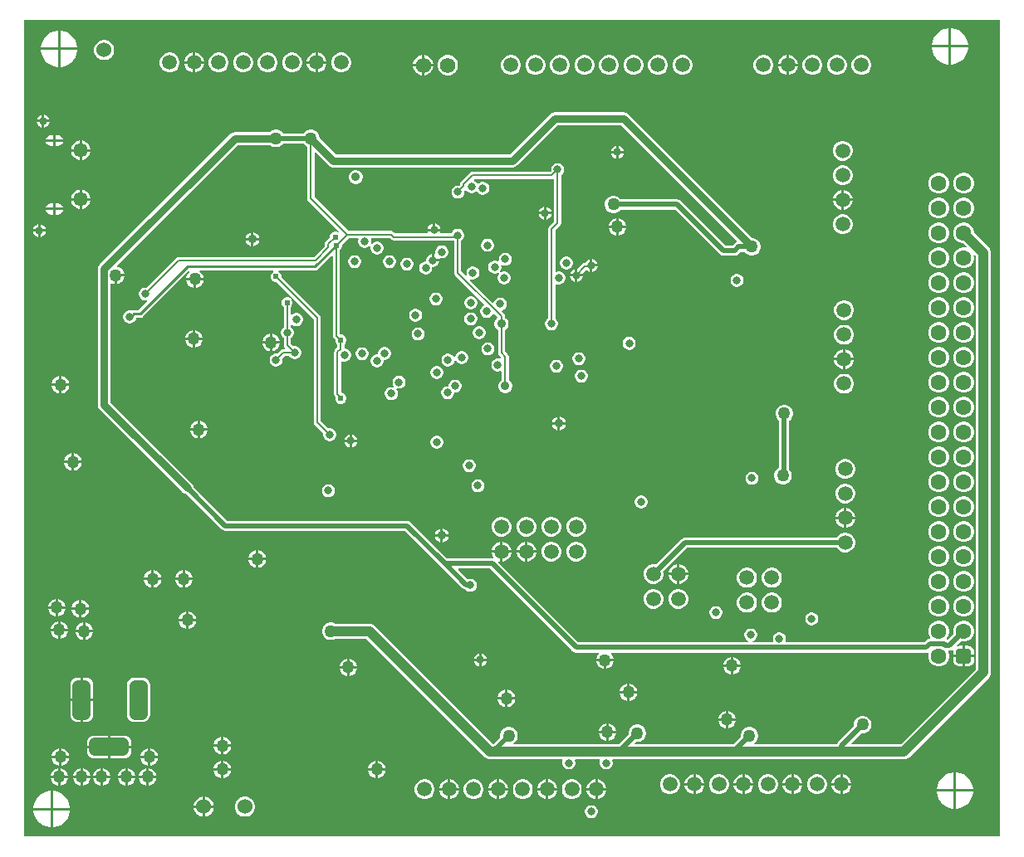
<source format=gbr>
G04*
G04 #@! TF.GenerationSoftware,Altium Limited,Altium Designer,24.2.2 (26)*
G04*
G04 Layer_Physical_Order=3*
G04 Layer_Color=39423*
%FSLAX44Y44*%
%MOMM*%
G71*
G04*
G04 #@! TF.SameCoordinates,251A4116-46B9-4EB5-9C36-AF9AACF17162*
G04*
G04*
G04 #@! TF.FilePolarity,Positive*
G04*
G01*
G75*
%ADD14C,0.2540*%
%ADD17C,0.2032*%
%ADD81C,0.8128*%
%ADD83C,0.5080*%
%ADD84C,0.7620*%
%ADD85C,1.0160*%
%ADD88C,1.5300*%
G04:AMPARAMS|DCode=89|XSize=4mm|YSize=1.8mm|CornerRadius=0.45mm|HoleSize=0mm|Usage=FLASHONLY|Rotation=90.000|XOffset=0mm|YOffset=0mm|HoleType=Round|Shape=RoundedRectangle|*
%AMROUNDEDRECTD89*
21,1,4.0000,0.9000,0,0,90.0*
21,1,3.1000,1.8000,0,0,90.0*
1,1,0.9000,0.4500,1.5500*
1,1,0.9000,0.4500,-1.5500*
1,1,0.9000,-0.4500,-1.5500*
1,1,0.9000,-0.4500,1.5500*
%
%ADD89ROUNDEDRECTD89*%
G04:AMPARAMS|DCode=90|XSize=4mm|YSize=1.8mm|CornerRadius=0.45mm|HoleSize=0mm|Usage=FLASHONLY|Rotation=180.000|XOffset=0mm|YOffset=0mm|HoleType=Round|Shape=RoundedRectangle|*
%AMROUNDEDRECTD90*
21,1,4.0000,0.9000,0,0,180.0*
21,1,3.1000,1.8000,0,0,180.0*
1,1,0.9000,-1.5500,0.4500*
1,1,0.9000,1.5500,0.4500*
1,1,0.9000,1.5500,-0.4500*
1,1,0.9000,-1.5500,-0.4500*
%
%ADD90ROUNDEDRECTD90*%
%ADD91C,1.5080*%
%ADD93C,1.4500*%
%ADD95C,1.5750*%
%ADD97C,1.6000*%
G04:AMPARAMS|DCode=98|XSize=1.6mm|YSize=1.6mm|CornerRadius=0.4mm|HoleSize=0mm|Usage=FLASHONLY|Rotation=270.000|XOffset=0mm|YOffset=0mm|HoleType=Round|Shape=RoundedRectangle|*
%AMROUNDEDRECTD98*
21,1,1.6000,0.8000,0,0,270.0*
21,1,0.8000,1.6000,0,0,270.0*
1,1,0.8000,-0.4000,-0.4000*
1,1,0.8000,-0.4000,0.4000*
1,1,0.8000,0.4000,0.4000*
1,1,0.8000,0.4000,-0.4000*
%
%ADD98ROUNDEDRECTD98*%
%ADD99C,1.5200*%
%ADD100C,1.2700*%
%ADD101C,0.9144*%
%ADD102C,0.6096*%
G36*
X994410Y0D02*
X0D01*
Y833120D01*
X994410D01*
Y0D01*
D02*
G37*
%LPC*%
G36*
X82622Y812830D02*
X79938D01*
X77347Y812136D01*
X75023Y810794D01*
X73126Y808897D01*
X71784Y806573D01*
X71090Y803982D01*
Y801298D01*
X71784Y798707D01*
X73126Y796383D01*
X75023Y794486D01*
X77347Y793144D01*
X79938Y792450D01*
X82622D01*
X85213Y793144D01*
X87537Y794486D01*
X89434Y796383D01*
X90776Y798707D01*
X91470Y801298D01*
Y803982D01*
X90776Y806573D01*
X89434Y808897D01*
X87537Y810794D01*
X85213Y812136D01*
X82622Y812830D01*
D02*
G37*
G36*
X299377Y800020D02*
X299320D01*
Y791210D01*
X308130D01*
Y791267D01*
X307443Y793831D01*
X306116Y796129D01*
X304239Y798006D01*
X301941Y799333D01*
X299377Y800020D01*
D02*
G37*
G36*
X296780D02*
X296723D01*
X294159Y799333D01*
X291861Y798006D01*
X289984Y796129D01*
X288657Y793831D01*
X287970Y791267D01*
Y791210D01*
X296780D01*
Y800020D01*
D02*
G37*
G36*
X174377D02*
X174320D01*
Y791210D01*
X183130D01*
Y791267D01*
X182443Y793831D01*
X181116Y796129D01*
X179239Y798006D01*
X176941Y799333D01*
X174377Y800020D01*
D02*
G37*
G36*
X171780D02*
X171723D01*
X169159Y799333D01*
X166861Y798006D01*
X164984Y796129D01*
X163657Y793831D01*
X162970Y791267D01*
Y791210D01*
X171780D01*
Y800020D01*
D02*
G37*
G36*
X779767Y797480D02*
X779710D01*
Y788670D01*
X788520D01*
Y788727D01*
X787833Y791291D01*
X786506Y793589D01*
X784629Y795466D01*
X782331Y796793D01*
X779767Y797480D01*
D02*
G37*
G36*
X777170D02*
X777113D01*
X774549Y796793D01*
X772251Y795466D01*
X770374Y793589D01*
X769047Y791291D01*
X768360Y788727D01*
Y788670D01*
X777170D01*
Y797480D01*
D02*
G37*
G36*
X407971Y797645D02*
X407870D01*
Y788500D01*
X417015D01*
Y788601D01*
X416305Y791250D01*
X414934Y793625D01*
X412995Y795564D01*
X410620Y796935D01*
X407971Y797645D01*
D02*
G37*
G36*
X405330D02*
X405229D01*
X402580Y796935D01*
X400205Y795564D01*
X398266Y793625D01*
X396895Y791250D01*
X396185Y788601D01*
Y788500D01*
X405330D01*
Y797645D01*
D02*
G37*
G36*
X945436Y824990D02*
X941784D01*
X938202Y824277D01*
X934828Y822880D01*
X931791Y820851D01*
X929209Y818269D01*
X927180Y815232D01*
X925782Y811858D01*
X925070Y808276D01*
Y804624D01*
X925782Y801042D01*
X927180Y797668D01*
X929209Y794631D01*
X931791Y792049D01*
X934828Y790020D01*
X938202Y788623D01*
X941784Y787910D01*
X945436D01*
X949018Y788623D01*
X952392Y790020D01*
X955429Y792049D01*
X958011Y794631D01*
X960040Y797668D01*
X961438Y801042D01*
X962150Y804624D01*
Y808276D01*
X961438Y811858D01*
X960040Y815232D01*
X958011Y818269D01*
X955429Y820851D01*
X952392Y822880D01*
X949018Y824277D01*
X945436Y824990D01*
D02*
G37*
G36*
X37386Y822450D02*
X33734D01*
X30152Y821738D01*
X26778Y820340D01*
X23741Y818311D01*
X21159Y815729D01*
X19130Y812692D01*
X17732Y809318D01*
X17020Y805736D01*
Y802084D01*
X17732Y798502D01*
X19130Y795128D01*
X21159Y792091D01*
X23741Y789509D01*
X26778Y787480D01*
X30152Y786083D01*
X33734Y785370D01*
X37386D01*
X40968Y786083D01*
X44342Y787480D01*
X47379Y789509D01*
X49961Y792091D01*
X51990Y795128D01*
X53387Y798502D01*
X54100Y802084D01*
Y805736D01*
X53387Y809318D01*
X51990Y812692D01*
X49961Y815729D01*
X47379Y818311D01*
X44342Y820340D01*
X40968Y821738D01*
X37386Y822450D01*
D02*
G37*
G36*
X324377Y800020D02*
X321723D01*
X319159Y799333D01*
X316861Y798006D01*
X314984Y796129D01*
X313657Y793831D01*
X312970Y791267D01*
Y788613D01*
X313657Y786049D01*
X314984Y783751D01*
X316861Y781874D01*
X319159Y780547D01*
X321723Y779860D01*
X324377D01*
X326941Y780547D01*
X329239Y781874D01*
X331116Y783751D01*
X332443Y786049D01*
X333130Y788613D01*
Y791267D01*
X332443Y793831D01*
X331116Y796129D01*
X329239Y798006D01*
X326941Y799333D01*
X324377Y800020D01*
D02*
G37*
G36*
X308130Y788670D02*
X299320D01*
Y779860D01*
X299377D01*
X301941Y780547D01*
X304239Y781874D01*
X306116Y783751D01*
X307443Y786049D01*
X308130Y788613D01*
Y788670D01*
D02*
G37*
G36*
X296780D02*
X287970D01*
Y788613D01*
X288657Y786049D01*
X289984Y783751D01*
X291861Y781874D01*
X294159Y780547D01*
X296723Y779860D01*
X296780D01*
Y788670D01*
D02*
G37*
G36*
X274377Y800020D02*
X271723D01*
X269159Y799333D01*
X266861Y798006D01*
X264984Y796129D01*
X263657Y793831D01*
X262970Y791267D01*
Y788613D01*
X263657Y786049D01*
X264984Y783751D01*
X266861Y781874D01*
X269159Y780547D01*
X271723Y779860D01*
X274377D01*
X276941Y780547D01*
X279239Y781874D01*
X281116Y783751D01*
X282443Y786049D01*
X283130Y788613D01*
Y791267D01*
X282443Y793831D01*
X281116Y796129D01*
X279239Y798006D01*
X276941Y799333D01*
X274377Y800020D01*
D02*
G37*
G36*
X249377D02*
X246723D01*
X244159Y799333D01*
X241861Y798006D01*
X239984Y796129D01*
X238657Y793831D01*
X237970Y791267D01*
Y788613D01*
X238657Y786049D01*
X239984Y783751D01*
X241861Y781874D01*
X244159Y780547D01*
X246723Y779860D01*
X249377D01*
X251941Y780547D01*
X254239Y781874D01*
X256116Y783751D01*
X257443Y786049D01*
X258130Y788613D01*
Y791267D01*
X257443Y793831D01*
X256116Y796129D01*
X254239Y798006D01*
X251941Y799333D01*
X249377Y800020D01*
D02*
G37*
G36*
X224377D02*
X221723D01*
X219159Y799333D01*
X216861Y798006D01*
X214984Y796129D01*
X213657Y793831D01*
X212970Y791267D01*
Y788613D01*
X213657Y786049D01*
X214984Y783751D01*
X216861Y781874D01*
X219159Y780547D01*
X221723Y779860D01*
X224377D01*
X226941Y780547D01*
X229239Y781874D01*
X231116Y783751D01*
X232443Y786049D01*
X233130Y788613D01*
Y791267D01*
X232443Y793831D01*
X231116Y796129D01*
X229239Y798006D01*
X226941Y799333D01*
X224377Y800020D01*
D02*
G37*
G36*
X199377D02*
X196723D01*
X194159Y799333D01*
X191861Y798006D01*
X189984Y796129D01*
X188657Y793831D01*
X187970Y791267D01*
Y788613D01*
X188657Y786049D01*
X189984Y783751D01*
X191861Y781874D01*
X194159Y780547D01*
X196723Y779860D01*
X199377D01*
X201941Y780547D01*
X204239Y781874D01*
X206116Y783751D01*
X207443Y786049D01*
X208130Y788613D01*
Y791267D01*
X207443Y793831D01*
X206116Y796129D01*
X204239Y798006D01*
X201941Y799333D01*
X199377Y800020D01*
D02*
G37*
G36*
X183130Y788670D02*
X174320D01*
Y779860D01*
X174377D01*
X176941Y780547D01*
X179239Y781874D01*
X181116Y783751D01*
X182443Y786049D01*
X183130Y788613D01*
Y788670D01*
D02*
G37*
G36*
X171780D02*
X162970D01*
Y788613D01*
X163657Y786049D01*
X164984Y783751D01*
X166861Y781874D01*
X169159Y780547D01*
X171723Y779860D01*
X171780D01*
Y788670D01*
D02*
G37*
G36*
X149377Y800020D02*
X146723D01*
X144159Y799333D01*
X141861Y798006D01*
X139984Y796129D01*
X138657Y793831D01*
X137970Y791267D01*
Y788613D01*
X138657Y786049D01*
X139984Y783751D01*
X141861Y781874D01*
X144159Y780547D01*
X146723Y779860D01*
X149377D01*
X151941Y780547D01*
X154239Y781874D01*
X156116Y783751D01*
X157443Y786049D01*
X158130Y788613D01*
Y791267D01*
X157443Y793831D01*
X156116Y796129D01*
X154239Y798006D01*
X151941Y799333D01*
X149377Y800020D01*
D02*
G37*
G36*
X854767Y797480D02*
X852113D01*
X849549Y796793D01*
X847251Y795466D01*
X845374Y793589D01*
X844047Y791291D01*
X843360Y788727D01*
Y786073D01*
X844047Y783509D01*
X845374Y781211D01*
X847251Y779334D01*
X849549Y778007D01*
X852113Y777320D01*
X854767D01*
X857331Y778007D01*
X859629Y779334D01*
X861506Y781211D01*
X862833Y783509D01*
X863520Y786073D01*
Y788727D01*
X862833Y791291D01*
X861506Y793589D01*
X859629Y795466D01*
X857331Y796793D01*
X854767Y797480D01*
D02*
G37*
G36*
X829767D02*
X827113D01*
X824549Y796793D01*
X822251Y795466D01*
X820374Y793589D01*
X819047Y791291D01*
X818360Y788727D01*
Y786073D01*
X819047Y783509D01*
X820374Y781211D01*
X822251Y779334D01*
X824549Y778007D01*
X827113Y777320D01*
X829767D01*
X832331Y778007D01*
X834629Y779334D01*
X836506Y781211D01*
X837833Y783509D01*
X838520Y786073D01*
Y788727D01*
X837833Y791291D01*
X836506Y793589D01*
X834629Y795466D01*
X832331Y796793D01*
X829767Y797480D01*
D02*
G37*
G36*
X804767D02*
X802113D01*
X799549Y796793D01*
X797251Y795466D01*
X795374Y793589D01*
X794047Y791291D01*
X793360Y788727D01*
Y786073D01*
X794047Y783509D01*
X795374Y781211D01*
X797251Y779334D01*
X799549Y778007D01*
X802113Y777320D01*
X804767D01*
X807331Y778007D01*
X809629Y779334D01*
X811506Y781211D01*
X812833Y783509D01*
X813520Y786073D01*
Y788727D01*
X812833Y791291D01*
X811506Y793589D01*
X809629Y795466D01*
X807331Y796793D01*
X804767Y797480D01*
D02*
G37*
G36*
X788520Y786130D02*
X779710D01*
Y777320D01*
X779767D01*
X782331Y778007D01*
X784629Y779334D01*
X786506Y781211D01*
X787833Y783509D01*
X788520Y786073D01*
Y786130D01*
D02*
G37*
G36*
X777170D02*
X768360D01*
Y786073D01*
X769047Y783509D01*
X770374Y781211D01*
X772251Y779334D01*
X774549Y778007D01*
X777113Y777320D01*
X777170D01*
Y786130D01*
D02*
G37*
G36*
X754767Y797480D02*
X752113D01*
X749549Y796793D01*
X747251Y795466D01*
X745374Y793589D01*
X744047Y791291D01*
X743360Y788727D01*
Y786073D01*
X744047Y783509D01*
X745374Y781211D01*
X747251Y779334D01*
X749549Y778007D01*
X752113Y777320D01*
X754767D01*
X757331Y778007D01*
X759629Y779334D01*
X761506Y781211D01*
X762833Y783509D01*
X763520Y786073D01*
Y788727D01*
X762833Y791291D01*
X761506Y793589D01*
X759629Y795466D01*
X757331Y796793D01*
X754767Y797480D01*
D02*
G37*
G36*
X672357D02*
X669703D01*
X667139Y796793D01*
X664841Y795466D01*
X662964Y793589D01*
X661637Y791291D01*
X660950Y788727D01*
Y786073D01*
X661637Y783509D01*
X662964Y781211D01*
X664841Y779334D01*
X667139Y778007D01*
X669703Y777320D01*
X672357D01*
X674921Y778007D01*
X677219Y779334D01*
X679096Y781211D01*
X680423Y783509D01*
X681110Y786073D01*
Y788727D01*
X680423Y791291D01*
X679096Y793589D01*
X677219Y795466D01*
X674921Y796793D01*
X672357Y797480D01*
D02*
G37*
G36*
X647357D02*
X644703D01*
X642139Y796793D01*
X639841Y795466D01*
X637964Y793589D01*
X636637Y791291D01*
X635950Y788727D01*
Y786073D01*
X636637Y783509D01*
X637964Y781211D01*
X639841Y779334D01*
X642139Y778007D01*
X644703Y777320D01*
X647357D01*
X649921Y778007D01*
X652219Y779334D01*
X654096Y781211D01*
X655423Y783509D01*
X656110Y786073D01*
Y788727D01*
X655423Y791291D01*
X654096Y793589D01*
X652219Y795466D01*
X649921Y796793D01*
X647357Y797480D01*
D02*
G37*
G36*
X622357D02*
X619703D01*
X617139Y796793D01*
X614841Y795466D01*
X612964Y793589D01*
X611637Y791291D01*
X610950Y788727D01*
Y786073D01*
X611637Y783509D01*
X612964Y781211D01*
X614841Y779334D01*
X617139Y778007D01*
X619703Y777320D01*
X622357D01*
X624921Y778007D01*
X627219Y779334D01*
X629096Y781211D01*
X630423Y783509D01*
X631110Y786073D01*
Y788727D01*
X630423Y791291D01*
X629096Y793589D01*
X627219Y795466D01*
X624921Y796793D01*
X622357Y797480D01*
D02*
G37*
G36*
X597357D02*
X594703D01*
X592139Y796793D01*
X589841Y795466D01*
X587964Y793589D01*
X586637Y791291D01*
X585950Y788727D01*
Y786073D01*
X586637Y783509D01*
X587964Y781211D01*
X589841Y779334D01*
X592139Y778007D01*
X594703Y777320D01*
X597357D01*
X599921Y778007D01*
X602219Y779334D01*
X604096Y781211D01*
X605423Y783509D01*
X606110Y786073D01*
Y788727D01*
X605423Y791291D01*
X604096Y793589D01*
X602219Y795466D01*
X599921Y796793D01*
X597357Y797480D01*
D02*
G37*
G36*
X572357D02*
X569703D01*
X567139Y796793D01*
X564841Y795466D01*
X562964Y793589D01*
X561637Y791291D01*
X560950Y788727D01*
Y786073D01*
X561637Y783509D01*
X562964Y781211D01*
X564841Y779334D01*
X567139Y778007D01*
X569703Y777320D01*
X572357D01*
X574921Y778007D01*
X577219Y779334D01*
X579096Y781211D01*
X580423Y783509D01*
X581110Y786073D01*
Y788727D01*
X580423Y791291D01*
X579096Y793589D01*
X577219Y795466D01*
X574921Y796793D01*
X572357Y797480D01*
D02*
G37*
G36*
X547357D02*
X544703D01*
X542139Y796793D01*
X539841Y795466D01*
X537964Y793589D01*
X536637Y791291D01*
X535950Y788727D01*
Y786073D01*
X536637Y783509D01*
X537964Y781211D01*
X539841Y779334D01*
X542139Y778007D01*
X544703Y777320D01*
X547357D01*
X549921Y778007D01*
X552219Y779334D01*
X554096Y781211D01*
X555423Y783509D01*
X556110Y786073D01*
Y788727D01*
X555423Y791291D01*
X554096Y793589D01*
X552219Y795466D01*
X549921Y796793D01*
X547357Y797480D01*
D02*
G37*
G36*
X522357D02*
X519703D01*
X517139Y796793D01*
X514841Y795466D01*
X512964Y793589D01*
X511637Y791291D01*
X510950Y788727D01*
Y786073D01*
X511637Y783509D01*
X512964Y781211D01*
X514841Y779334D01*
X517139Y778007D01*
X519703Y777320D01*
X522357D01*
X524921Y778007D01*
X527219Y779334D01*
X529096Y781211D01*
X530423Y783509D01*
X531110Y786073D01*
Y788727D01*
X530423Y791291D01*
X529096Y793589D01*
X527219Y795466D01*
X524921Y796793D01*
X522357Y797480D01*
D02*
G37*
G36*
X497357D02*
X494703D01*
X492139Y796793D01*
X489841Y795466D01*
X487964Y793589D01*
X486637Y791291D01*
X485950Y788727D01*
Y786073D01*
X486637Y783509D01*
X487964Y781211D01*
X489841Y779334D01*
X492139Y778007D01*
X494703Y777320D01*
X497357D01*
X499921Y778007D01*
X502219Y779334D01*
X504096Y781211D01*
X505423Y783509D01*
X506110Y786073D01*
Y788727D01*
X505423Y791291D01*
X504096Y793589D01*
X502219Y795466D01*
X499921Y796793D01*
X497357Y797480D01*
D02*
G37*
G36*
X432971Y797645D02*
X430229D01*
X427580Y796935D01*
X425205Y795564D01*
X423266Y793625D01*
X421895Y791250D01*
X421185Y788601D01*
Y785859D01*
X421895Y783210D01*
X423266Y780835D01*
X425205Y778896D01*
X427580Y777525D01*
X430229Y776815D01*
X432971D01*
X435620Y777525D01*
X437995Y778896D01*
X439934Y780835D01*
X441305Y783210D01*
X442015Y785859D01*
Y788601D01*
X441305Y791250D01*
X439934Y793625D01*
X437995Y795564D01*
X435620Y796935D01*
X432971Y797645D01*
D02*
G37*
G36*
X417015Y785960D02*
X407870D01*
Y776815D01*
X407971D01*
X410620Y777525D01*
X412995Y778896D01*
X414934Y780835D01*
X416305Y783210D01*
X417015Y785859D01*
Y785960D01*
D02*
G37*
G36*
X405330D02*
X396185D01*
Y785859D01*
X396895Y783210D01*
X398266Y780835D01*
X400205Y778896D01*
X402580Y777525D01*
X405229Y776815D01*
X405330D01*
Y785960D01*
D02*
G37*
G36*
X20320Y736747D02*
Y731520D01*
X25547D01*
X25204Y732799D01*
X24334Y734305D01*
X23105Y735535D01*
X21599Y736404D01*
X20320Y736747D01*
D02*
G37*
G36*
X17780D02*
X16501Y736404D01*
X14995Y735535D01*
X13765Y734305D01*
X12896Y732799D01*
X12553Y731520D01*
X17780D01*
Y736747D01*
D02*
G37*
G36*
X25547Y728980D02*
X20320D01*
Y723753D01*
X21599Y724096D01*
X23105Y724966D01*
X24334Y726195D01*
X25204Y727701D01*
X25547Y728980D01*
D02*
G37*
G36*
X17780D02*
X12553D01*
X12896Y727701D01*
X13765Y726195D01*
X14995Y724966D01*
X16501Y724096D01*
X17780Y723753D01*
Y728980D01*
D02*
G37*
G36*
X33980Y716128D02*
X26980D01*
X24818Y715699D01*
X22986Y714474D01*
X21761Y712642D01*
X21332Y710480D01*
X21761Y708318D01*
X22986Y706486D01*
X24818Y705262D01*
X26980Y704831D01*
X33980D01*
X36142Y705262D01*
X37974Y706486D01*
X39199Y708318D01*
X39629Y710480D01*
X39199Y712642D01*
X37974Y714474D01*
X36142Y715699D01*
X33980Y716128D01*
D02*
G37*
G36*
X58769Y710270D02*
X58750D01*
Y701750D01*
X67270D01*
Y701769D01*
X66603Y704259D01*
X65314Y706491D01*
X63491Y708314D01*
X61259Y709603D01*
X58769Y710270D01*
D02*
G37*
G36*
X56210D02*
X56191D01*
X53701Y709603D01*
X51469Y708314D01*
X49646Y706491D01*
X48357Y704259D01*
X47690Y701769D01*
Y701750D01*
X56210D01*
Y710270D01*
D02*
G37*
G36*
X605790Y704997D02*
Y699770D01*
X611017D01*
X610674Y701049D01*
X609804Y702555D01*
X608575Y703784D01*
X607069Y704654D01*
X605790Y704997D01*
D02*
G37*
G36*
X603250D02*
X601971Y704654D01*
X600465Y703784D01*
X599235Y702555D01*
X598366Y701049D01*
X598023Y699770D01*
X603250D01*
Y704997D01*
D02*
G37*
G36*
X611017Y697230D02*
X605790D01*
Y692003D01*
X607069Y692346D01*
X608575Y693215D01*
X609804Y694445D01*
X610674Y695951D01*
X611017Y697230D01*
D02*
G37*
G36*
X603250D02*
X598023D01*
X598366Y695951D01*
X599235Y694445D01*
X600465Y693215D01*
X601971Y692346D01*
X603250Y692003D01*
Y697230D01*
D02*
G37*
G36*
X67270Y699210D02*
X58750D01*
Y690690D01*
X58769D01*
X61259Y691357D01*
X63491Y692646D01*
X65314Y694469D01*
X66603Y696701D01*
X67270Y699191D01*
Y699210D01*
D02*
G37*
G36*
X56210D02*
X47690D01*
Y699191D01*
X48357Y696701D01*
X49646Y694469D01*
X51469Y692646D01*
X53701Y691357D01*
X56191Y690690D01*
X56210D01*
Y699210D01*
D02*
G37*
G36*
X835717Y709920D02*
X833063D01*
X830499Y709233D01*
X828201Y707906D01*
X826324Y706029D01*
X824997Y703731D01*
X824310Y701167D01*
Y698513D01*
X824997Y695949D01*
X826324Y693651D01*
X828201Y691774D01*
X830499Y690447D01*
X833063Y689760D01*
X835717D01*
X838281Y690447D01*
X840579Y691774D01*
X842456Y693651D01*
X843783Y695949D01*
X844470Y698513D01*
Y701167D01*
X843783Y703731D01*
X842456Y706029D01*
X840579Y707906D01*
X838281Y709233D01*
X835717Y709920D01*
D02*
G37*
G36*
X544429Y687324D02*
X542691D01*
X541011Y686874D01*
X539505Y686004D01*
X538275Y684775D01*
X537406Y683269D01*
X536956Y681589D01*
Y679851D01*
X537084Y679372D01*
X536178Y678466D01*
X457129D01*
X457129Y678466D01*
X455741Y678190D01*
X454565Y677404D01*
X454565Y677404D01*
X445381Y668220D01*
X444595Y667043D01*
X444319Y665656D01*
X444319Y665656D01*
Y665346D01*
X443308Y664336D01*
X442829Y664464D01*
X441091D01*
X439411Y664014D01*
X437905Y663145D01*
X436675Y661915D01*
X435806Y660409D01*
X435356Y658729D01*
Y656991D01*
X435806Y655311D01*
X436675Y653805D01*
X437905Y652576D01*
X439411Y651706D01*
X441091Y651256D01*
X442829D01*
X444509Y651706D01*
X446015Y652576D01*
X447244Y653805D01*
X448114Y655311D01*
X448564Y656991D01*
Y658661D01*
X448654Y658819D01*
X449114Y659273D01*
X450424Y659307D01*
X451654Y658077D01*
X453160Y657208D01*
X454839Y656758D01*
X456578D01*
X458258Y657208D01*
X459764Y658077D01*
X460130Y658444D01*
X461717Y658235D01*
X462076Y657615D01*
X463305Y656385D01*
X464811Y655516D01*
X466491Y655066D01*
X468229D01*
X469909Y655516D01*
X471415Y656385D01*
X472645Y657615D01*
X473514Y659121D01*
X473964Y660801D01*
Y662539D01*
X473514Y664219D01*
X472645Y665725D01*
X471415Y666954D01*
X469909Y667824D01*
X468229Y668274D01*
X466491D01*
X464811Y667824D01*
X463305Y666954D01*
X462938Y666588D01*
X461351Y666797D01*
X460993Y667417D01*
X459764Y668647D01*
X458992Y669092D01*
X458684Y670510D01*
X459243Y671214D01*
X537680D01*
X537680Y671214D01*
X538664Y671410D01*
X539934Y670658D01*
Y627600D01*
X535154Y622820D01*
X534368Y621644D01*
X534092Y620256D01*
X534092Y620256D01*
Y529066D01*
X533155Y528525D01*
X531926Y527295D01*
X531056Y525789D01*
X530606Y524109D01*
Y522371D01*
X531056Y520691D01*
X531926Y519185D01*
X533155Y517956D01*
X534661Y517086D01*
X536341Y516636D01*
X538079D01*
X539759Y517086D01*
X541265Y517956D01*
X542495Y519185D01*
X543364Y520691D01*
X543814Y522371D01*
Y524109D01*
X543364Y525789D01*
X542495Y527295D01*
X541344Y528446D01*
Y563316D01*
X542614Y563987D01*
X543961Y563626D01*
X545699D01*
X547379Y564076D01*
X548885Y564945D01*
X550115Y566175D01*
X550984Y567681D01*
X551434Y569361D01*
Y571099D01*
X550984Y572779D01*
X550115Y574285D01*
X548885Y575514D01*
X547379Y576384D01*
X545699Y576834D01*
X543961D01*
X542614Y576473D01*
X541344Y577144D01*
Y618754D01*
X546124Y623535D01*
X546124Y623535D01*
X546910Y624711D01*
X547186Y626098D01*
X547186Y626098D01*
Y675188D01*
X547615Y675435D01*
X548844Y676665D01*
X549714Y678171D01*
X550164Y679851D01*
Y681589D01*
X549714Y683269D01*
X548844Y684775D01*
X547615Y686004D01*
X546109Y686874D01*
X544429Y687324D01*
D02*
G37*
G36*
X338756Y680212D02*
X336884D01*
X335075Y679727D01*
X333453Y678791D01*
X332129Y677467D01*
X331193Y675845D01*
X330708Y674036D01*
Y672164D01*
X331193Y670355D01*
X332129Y668733D01*
X333453Y667409D01*
X335075Y666473D01*
X336884Y665988D01*
X338756D01*
X340565Y666473D01*
X342187Y667409D01*
X343511Y668733D01*
X344447Y670355D01*
X344932Y672164D01*
Y674036D01*
X344447Y675845D01*
X343511Y677467D01*
X342187Y678791D01*
X340565Y679727D01*
X338756Y680212D01*
D02*
G37*
G36*
X835717Y684920D02*
X833063D01*
X830499Y684233D01*
X828201Y682906D01*
X826324Y681029D01*
X824997Y678731D01*
X824310Y676167D01*
Y673513D01*
X824997Y670949D01*
X826324Y668651D01*
X828201Y666774D01*
X830499Y665447D01*
X833063Y664760D01*
X835717D01*
X838281Y665447D01*
X840579Y666774D01*
X842456Y668651D01*
X843783Y670949D01*
X844470Y673513D01*
Y676167D01*
X843783Y678731D01*
X842456Y681029D01*
X840579Y682906D01*
X838281Y684233D01*
X835717Y684920D01*
D02*
G37*
G36*
X958968Y677290D02*
X956192D01*
X953512Y676572D01*
X951108Y675184D01*
X949146Y673222D01*
X947758Y670818D01*
X947040Y668138D01*
Y665362D01*
X947758Y662682D01*
X949146Y660278D01*
X951108Y658316D01*
X953512Y656928D01*
X956192Y656210D01*
X958968D01*
X961648Y656928D01*
X964052Y658316D01*
X966014Y660278D01*
X967402Y662682D01*
X968120Y665362D01*
Y668138D01*
X967402Y670818D01*
X966014Y673222D01*
X964052Y675184D01*
X961648Y676572D01*
X958968Y677290D01*
D02*
G37*
G36*
X933568D02*
X930792D01*
X928112Y676572D01*
X925708Y675184D01*
X923746Y673222D01*
X922358Y670818D01*
X921640Y668138D01*
Y665362D01*
X922358Y662682D01*
X923746Y660278D01*
X925708Y658316D01*
X928112Y656928D01*
X930792Y656210D01*
X933568D01*
X936248Y656928D01*
X938652Y658316D01*
X940614Y660278D01*
X942002Y662682D01*
X942720Y665362D01*
Y668138D01*
X942002Y670818D01*
X940614Y673222D01*
X938652Y675184D01*
X936248Y676572D01*
X933568Y677290D01*
D02*
G37*
G36*
X58769Y660270D02*
X58750D01*
Y651750D01*
X67270D01*
Y651769D01*
X66603Y654259D01*
X65314Y656491D01*
X63491Y658314D01*
X61259Y659603D01*
X58769Y660270D01*
D02*
G37*
G36*
X56210D02*
X56191D01*
X53701Y659603D01*
X51469Y658314D01*
X49646Y656491D01*
X48357Y654259D01*
X47690Y651769D01*
Y651750D01*
X56210D01*
Y660270D01*
D02*
G37*
G36*
X835717Y659920D02*
X835660D01*
Y651110D01*
X844470D01*
Y651167D01*
X843783Y653731D01*
X842456Y656029D01*
X840579Y657906D01*
X838281Y659233D01*
X835717Y659920D01*
D02*
G37*
G36*
X833120D02*
X833063D01*
X830499Y659233D01*
X828201Y657906D01*
X826324Y656029D01*
X824997Y653731D01*
X824310Y651167D01*
Y651110D01*
X833120D01*
Y659920D01*
D02*
G37*
G36*
X67270Y649210D02*
X58750D01*
Y640690D01*
X58769D01*
X61259Y641357D01*
X63491Y642646D01*
X65314Y644469D01*
X66603Y646701D01*
X67270Y649191D01*
Y649210D01*
D02*
G37*
G36*
X56210D02*
X47690D01*
Y649191D01*
X48357Y646701D01*
X49646Y644469D01*
X51469Y642646D01*
X53701Y641357D01*
X56191Y640690D01*
X56210D01*
Y649210D01*
D02*
G37*
G36*
X844470Y648570D02*
X835660D01*
Y639760D01*
X835717D01*
X838281Y640447D01*
X840579Y641774D01*
X842456Y643651D01*
X843783Y645949D01*
X844470Y648513D01*
Y648570D01*
D02*
G37*
G36*
X833120D02*
X824310D01*
Y648513D01*
X824997Y645949D01*
X826324Y643651D01*
X828201Y641774D01*
X830499Y640447D01*
X833063Y639760D01*
X833120D01*
Y648570D01*
D02*
G37*
G36*
X532130Y642767D02*
Y637540D01*
X537357D01*
X537014Y638819D01*
X536144Y640325D01*
X534915Y641554D01*
X533409Y642424D01*
X532130Y642767D01*
D02*
G37*
G36*
X529590D02*
X528311Y642424D01*
X526805Y641554D01*
X525575Y640325D01*
X524706Y638819D01*
X524363Y637540D01*
X529590D01*
Y642767D01*
D02*
G37*
G36*
X33980Y646128D02*
X26980D01*
X24818Y645699D01*
X22986Y644474D01*
X21761Y642642D01*
X21332Y640480D01*
X21761Y638318D01*
X22986Y636486D01*
X24818Y635261D01*
X26980Y634832D01*
X33980D01*
X36142Y635261D01*
X37974Y636486D01*
X39199Y638318D01*
X39629Y640480D01*
X39199Y642642D01*
X37974Y644474D01*
X36142Y645699D01*
X33980Y646128D01*
D02*
G37*
G36*
X958968Y651890D02*
X956192D01*
X953512Y651172D01*
X951108Y649784D01*
X949146Y647822D01*
X947758Y645418D01*
X947040Y642738D01*
Y639962D01*
X947758Y637282D01*
X949146Y634878D01*
X951108Y632916D01*
X953512Y631528D01*
X956192Y630810D01*
X958968D01*
X961648Y631528D01*
X964052Y632916D01*
X966014Y634878D01*
X967402Y637282D01*
X968120Y639962D01*
Y642738D01*
X967402Y645418D01*
X966014Y647822D01*
X964052Y649784D01*
X961648Y651172D01*
X958968Y651890D01*
D02*
G37*
G36*
X933568D02*
X930792D01*
X928112Y651172D01*
X925708Y649784D01*
X923746Y647822D01*
X922358Y645418D01*
X921640Y642738D01*
Y639962D01*
X922358Y637282D01*
X923746Y634878D01*
X925708Y632916D01*
X928112Y631528D01*
X930792Y630810D01*
X933568D01*
X936248Y631528D01*
X938652Y632916D01*
X940614Y634878D01*
X942002Y637282D01*
X942720Y639962D01*
Y642738D01*
X942002Y645418D01*
X940614Y647822D01*
X938652Y649784D01*
X936248Y651172D01*
X933568Y651890D01*
D02*
G37*
G36*
X537357Y635000D02*
X532130D01*
Y629773D01*
X533409Y630116D01*
X534915Y630985D01*
X536144Y632215D01*
X537014Y633721D01*
X537357Y635000D01*
D02*
G37*
G36*
X529590D02*
X524363D01*
X524706Y633721D01*
X525575Y632215D01*
X526805Y630985D01*
X528311Y630116D01*
X529590Y629773D01*
Y635000D01*
D02*
G37*
G36*
X605790Y631163D02*
Y623570D01*
X613383D01*
X612804Y625731D01*
X611634Y627759D01*
X609979Y629414D01*
X607951Y630584D01*
X605790Y631163D01*
D02*
G37*
G36*
X603250D02*
X601089Y630584D01*
X599061Y629414D01*
X597406Y627759D01*
X596236Y625731D01*
X595657Y623570D01*
X603250D01*
Y631163D01*
D02*
G37*
G36*
X418964Y625636D02*
Y620409D01*
X424191D01*
X423848Y621688D01*
X422979Y623194D01*
X421749Y624423D01*
X420243Y625293D01*
X418964Y625636D01*
D02*
G37*
G36*
X416424D02*
X415145Y625293D01*
X413639Y624423D01*
X412410Y623194D01*
X411540Y621688D01*
X411197Y620409D01*
X416424D01*
Y625636D01*
D02*
G37*
G36*
X16510Y624987D02*
Y619760D01*
X21737D01*
X21394Y621039D01*
X20524Y622545D01*
X19295Y623774D01*
X17789Y624644D01*
X16510Y624987D01*
D02*
G37*
G36*
X13970D02*
X12691Y624644D01*
X11185Y623774D01*
X9955Y622545D01*
X9086Y621039D01*
X8743Y619760D01*
X13970D01*
Y624987D01*
D02*
G37*
G36*
X835717Y634920D02*
X833063D01*
X830499Y634233D01*
X828201Y632906D01*
X826324Y631029D01*
X824997Y628731D01*
X824310Y626167D01*
Y623513D01*
X824997Y620949D01*
X826324Y618651D01*
X828201Y616774D01*
X830499Y615447D01*
X833063Y614760D01*
X835717D01*
X838281Y615447D01*
X840579Y616774D01*
X842456Y618651D01*
X843783Y620949D01*
X844470Y623513D01*
Y626167D01*
X843783Y628731D01*
X842456Y631029D01*
X840579Y632906D01*
X838281Y634233D01*
X835717Y634920D01*
D02*
G37*
G36*
X613383Y621030D02*
X605790D01*
Y613437D01*
X607951Y614016D01*
X609979Y615186D01*
X611634Y616841D01*
X612804Y618869D01*
X613383Y621030D01*
D02*
G37*
G36*
X603250D02*
X595657D01*
X596236Y618869D01*
X597406Y616841D01*
X599061Y615186D01*
X601089Y614016D01*
X603250Y613437D01*
Y621030D01*
D02*
G37*
G36*
X21737Y617220D02*
X16510D01*
Y611993D01*
X17789Y612336D01*
X19295Y613205D01*
X20524Y614435D01*
X21394Y615941D01*
X21737Y617220D01*
D02*
G37*
G36*
X13970D02*
X8743D01*
X9086Y615941D01*
X9955Y614435D01*
X11185Y613205D01*
X12691Y612336D01*
X13970Y611993D01*
Y617220D01*
D02*
G37*
G36*
X233680Y616623D02*
Y610870D01*
X239433D01*
X239037Y612345D01*
X238101Y613967D01*
X236777Y615291D01*
X235155Y616227D01*
X233680Y616623D01*
D02*
G37*
G36*
X231140D02*
X229665Y616227D01*
X228043Y615291D01*
X226719Y613967D01*
X225783Y612345D01*
X225387Y610870D01*
X231140D01*
Y616623D01*
D02*
G37*
G36*
X933568Y626490D02*
X930792D01*
X928112Y625772D01*
X925708Y624384D01*
X923746Y622422D01*
X922358Y620018D01*
X921640Y617338D01*
Y614562D01*
X922358Y611882D01*
X923746Y609478D01*
X925708Y607516D01*
X928112Y606128D01*
X930792Y605410D01*
X933568D01*
X936248Y606128D01*
X938652Y607516D01*
X940614Y609478D01*
X942002Y611882D01*
X942720Y614562D01*
Y617338D01*
X942002Y620018D01*
X940614Y622422D01*
X938652Y624384D01*
X936248Y625772D01*
X933568Y626490D01*
D02*
G37*
G36*
X610870Y739264D02*
X541020D01*
X538542Y738772D01*
X536442Y737368D01*
X495158Y696084D01*
X317642D01*
X300990Y712736D01*
Y713640D01*
X300384Y715901D01*
X299214Y717929D01*
X297559Y719584D01*
X295531Y720754D01*
X293270Y721360D01*
X290930D01*
X288669Y720754D01*
X286641Y719584D01*
X284986Y717929D01*
X284825Y717650D01*
X263815D01*
X263654Y717929D01*
X261999Y719584D01*
X259971Y720754D01*
X257710Y721360D01*
X255370D01*
X253109Y720754D01*
X251081Y719584D01*
X250442Y718944D01*
X214630D01*
X212152Y718452D01*
X210052Y717048D01*
X76702Y583698D01*
X75298Y581598D01*
X74806Y579120D01*
Y440690D01*
X75298Y438212D01*
X76702Y436112D01*
X161792Y351022D01*
X163892Y349618D01*
X165308Y349337D01*
X201178Y313466D01*
X202859Y312344D01*
X204841Y311950D01*
X388116D01*
X425070Y274995D01*
X446604Y253461D01*
X446604Y253461D01*
X448285Y252338D01*
X449830Y252031D01*
X450605Y251255D01*
X452111Y250386D01*
X453791Y249936D01*
X455529D01*
X457209Y250386D01*
X458715Y251255D01*
X459944Y252485D01*
X460814Y253991D01*
X461264Y255671D01*
Y257409D01*
X460814Y259089D01*
X459944Y260595D01*
X458715Y261824D01*
X457209Y262694D01*
X455529Y263144D01*
X453791D01*
X452111Y262694D01*
X452054Y262661D01*
X442410Y272305D01*
X442896Y273479D01*
X474692D01*
X558793Y189377D01*
X560474Y188255D01*
X562456Y187861D01*
X562456Y187861D01*
X585226D01*
X585752Y186590D01*
X584706Y185545D01*
X583536Y183517D01*
X582957Y181356D01*
X600683D01*
X600104Y183517D01*
X598934Y185545D01*
X597888Y186590D01*
X598414Y187861D01*
X919480D01*
X921030Y188169D01*
X921956Y187397D01*
X922081Y187181D01*
X921640Y185538D01*
Y182762D01*
X922358Y180082D01*
X923746Y177678D01*
X925708Y175716D01*
X928112Y174328D01*
X930792Y173610D01*
X933568D01*
X936248Y174328D01*
X938652Y175716D01*
X940614Y177678D01*
X942002Y180082D01*
X942720Y182762D01*
Y185538D01*
X942002Y188218D01*
X941629Y188864D01*
X942264Y189964D01*
X943174D01*
X945156Y190359D01*
X946380Y191177D01*
X947406Y190335D01*
X947208Y189857D01*
X946984Y188150D01*
Y185420D01*
X956310D01*
Y194746D01*
X953580D01*
X951873Y194522D01*
X951531Y194380D01*
X950812Y195457D01*
X954751Y199396D01*
X956192Y199010D01*
X958968D01*
X961648Y199728D01*
X964052Y201116D01*
X966014Y203078D01*
X967402Y205482D01*
X968120Y208162D01*
Y210938D01*
X967402Y213618D01*
X966014Y216022D01*
X964052Y217984D01*
X961648Y219372D01*
X958968Y220090D01*
X956192D01*
X953512Y219372D01*
X951108Y217984D01*
X949146Y216022D01*
X947758Y213618D01*
X947040Y210938D01*
Y208162D01*
X947426Y206721D01*
X941413Y200708D01*
X940213Y201304D01*
X940089Y202554D01*
X940614Y203078D01*
X942002Y205482D01*
X942720Y208162D01*
Y210938D01*
X942002Y213618D01*
X940614Y216022D01*
X938652Y217984D01*
X936248Y219372D01*
X933568Y220090D01*
X930792D01*
X928112Y219372D01*
X925708Y217984D01*
X923746Y216022D01*
X922358Y213618D01*
X921640Y210938D01*
Y208162D01*
X922358Y205482D01*
X923692Y203172D01*
X923514Y202507D01*
X923453Y202359D01*
X923132Y201896D01*
X921180Y201507D01*
X919500Y200385D01*
X917335Y198220D01*
X776557D01*
X775871Y199489D01*
X776224Y200807D01*
Y202545D01*
X775774Y204225D01*
X774904Y205731D01*
X773675Y206961D01*
X772169Y207830D01*
X770489Y208280D01*
X768751D01*
X767071Y207830D01*
X765565Y206961D01*
X764335Y205731D01*
X763466Y204225D01*
X763016Y202545D01*
Y200807D01*
X763369Y199489D01*
X762683Y198220D01*
X742766D01*
X742599Y199489D01*
X742959Y199586D01*
X744465Y200455D01*
X745695Y201685D01*
X746564Y203191D01*
X747014Y204871D01*
Y206609D01*
X746564Y208289D01*
X745695Y209795D01*
X744465Y211024D01*
X742959Y211894D01*
X741279Y212344D01*
X739541D01*
X737861Y211894D01*
X736355Y211024D01*
X735126Y209795D01*
X734256Y208289D01*
X733806Y206609D01*
Y204871D01*
X734256Y203191D01*
X735126Y201685D01*
X736355Y200455D01*
X737861Y199586D01*
X738221Y199489D01*
X738054Y198220D01*
X564601D01*
X482849Y279972D01*
X483507Y281110D01*
X485075Y280690D01*
X485140D01*
Y289560D01*
X476270D01*
Y289495D01*
X476961Y286916D01*
X478140Y284873D01*
X477736Y284063D01*
X477389Y283728D01*
X476838Y283838D01*
X430877D01*
X393923Y320792D01*
X392243Y321914D01*
X390261Y322309D01*
X206987D01*
X172633Y356662D01*
X172352Y358078D01*
X170948Y360178D01*
X87754Y443372D01*
Y564243D01*
X88854Y564878D01*
X89533Y564486D01*
X91694Y563907D01*
Y572770D01*
X92964D01*
Y574040D01*
X101827D01*
X101248Y576201D01*
X100078Y578229D01*
X98423Y579884D01*
X96395Y581054D01*
X94637Y581525D01*
X94164Y582847D01*
X217312Y705996D01*
X250442D01*
X251081Y705356D01*
X253109Y704186D01*
X255370Y703580D01*
X257710D01*
X259971Y704186D01*
X261999Y705356D01*
X263654Y707011D01*
X263815Y707290D01*
X284825D01*
X284986Y707011D01*
X286641Y705356D01*
X288474Y704298D01*
Y651528D01*
X288474Y651527D01*
X288750Y650140D01*
X289536Y648964D01*
X320994Y617506D01*
X320266Y616537D01*
X318212Y617388D01*
X315989D01*
X313936Y616537D01*
X312364Y614965D01*
X311513Y612911D01*
Y611339D01*
X307301Y607128D01*
X306515Y605952D01*
X306239Y604564D01*
X306239Y604564D01*
Y602698D01*
X295177Y591636D01*
X157480D01*
X156093Y591360D01*
X154916Y590574D01*
X154916Y590574D01*
X124538Y560196D01*
X124059Y560324D01*
X122321D01*
X120641Y559874D01*
X119135Y559005D01*
X117906Y557775D01*
X117036Y556269D01*
X116586Y554589D01*
Y552851D01*
X117036Y551171D01*
X117906Y549665D01*
X119135Y548436D01*
X120641Y547566D01*
X122321Y547116D01*
X124059D01*
X124711Y547290D01*
X125368Y546152D01*
X116501Y537285D01*
X111760D01*
X110273Y536989D01*
X109867Y536717D01*
X108290Y537140D01*
X106551D01*
X104872Y536690D01*
X103366Y535820D01*
X102136Y534591D01*
X101267Y533085D01*
X100817Y531405D01*
Y529666D01*
X101267Y527987D01*
X102136Y526481D01*
X103366Y525251D01*
X104872Y524382D01*
X106551Y523932D01*
X108290D01*
X109970Y524382D01*
X111476Y525251D01*
X112705Y526481D01*
X113575Y527987D01*
X113984Y529515D01*
X118110D01*
X119597Y529811D01*
X120857Y530653D01*
X167721Y577518D01*
X168335Y577427D01*
X168587Y576106D01*
X168531Y576074D01*
X166876Y574419D01*
X165706Y572391D01*
X165127Y570230D01*
X182853D01*
X182274Y572391D01*
X181104Y574419D01*
X179449Y576074D01*
X178701Y576505D01*
X179041Y577775D01*
X253769D01*
X254022Y576505D01*
X253375Y576237D01*
X251803Y574665D01*
X250952Y572612D01*
Y570388D01*
X251803Y568335D01*
X253375Y566763D01*
X255429Y565912D01*
X257001D01*
X294824Y528088D01*
Y422910D01*
X294824Y422910D01*
X295100Y421522D01*
X295886Y420346D01*
X304674Y411558D01*
X304546Y411079D01*
Y409341D01*
X304996Y407661D01*
X305865Y406155D01*
X307095Y404925D01*
X308601Y404056D01*
X310281Y403606D01*
X312019D01*
X313699Y404056D01*
X315205Y404925D01*
X316434Y406155D01*
X317304Y407661D01*
X317754Y409341D01*
Y411079D01*
X317304Y412759D01*
X316434Y414265D01*
X315205Y415494D01*
X313699Y416364D01*
X312019Y416814D01*
X310281D01*
X309802Y416686D01*
X302076Y424412D01*
Y529590D01*
X301800Y530978D01*
X301014Y532154D01*
X301014Y532154D01*
X262128Y571040D01*
Y572612D01*
X261277Y574665D01*
X259705Y576237D01*
X259058Y576505D01*
X259311Y577775D01*
X296435D01*
X297922Y578071D01*
X299182Y578913D01*
X313226Y592957D01*
X314400Y592471D01*
Y511285D01*
X314400Y511285D01*
X314676Y509897D01*
X315462Y508721D01*
X316992Y507191D01*
Y505619D01*
X317843Y503565D01*
X318954Y502453D01*
Y499240D01*
X316714Y497000D01*
X315928Y495823D01*
X315652Y494436D01*
X315652Y494436D01*
Y451628D01*
X315652Y451628D01*
X315928Y450240D01*
X316714Y449064D01*
X316962Y448816D01*
X316831Y448498D01*
Y446275D01*
X317682Y444221D01*
X319254Y442649D01*
X321307Y441799D01*
X323531D01*
X325584Y442649D01*
X327156Y444221D01*
X328007Y446275D01*
Y448498D01*
X327156Y450552D01*
X325584Y452124D01*
X323531Y452975D01*
X323058D01*
X322904Y453129D01*
Y484576D01*
X324174Y485247D01*
X325521Y484886D01*
X327259D01*
X328939Y485336D01*
X330445Y486205D01*
X331674Y487435D01*
X332544Y488941D01*
X332994Y490621D01*
Y492359D01*
X332544Y494039D01*
X331674Y495545D01*
X330445Y496774D01*
X328939Y497644D01*
X327259Y498094D01*
X326206D01*
Y502453D01*
X327317Y503565D01*
X328168Y505619D01*
Y507841D01*
X327317Y509895D01*
X325745Y511467D01*
X323691Y512318D01*
X322119D01*
X321651Y512786D01*
Y598973D01*
X322763Y600085D01*
X323613Y602138D01*
Y603711D01*
X330703Y610800D01*
X340050D01*
X340721Y609530D01*
X340360Y608183D01*
Y606445D01*
X340810Y604765D01*
X341679Y603259D01*
X342909Y602029D01*
X344415Y601160D01*
X346095Y600710D01*
X347833D01*
X349513Y601160D01*
X351019Y602029D01*
X351829Y602839D01*
X352967Y602182D01*
X352806Y601579D01*
Y599841D01*
X353256Y598161D01*
X354126Y596655D01*
X355355Y595425D01*
X356861Y594556D01*
X358541Y594106D01*
X360279D01*
X361959Y594556D01*
X363465Y595425D01*
X364695Y596655D01*
X365564Y598161D01*
X366014Y599841D01*
Y601579D01*
X365564Y603259D01*
X364695Y604765D01*
X363465Y605994D01*
X361959Y606864D01*
X360279Y607314D01*
X358541D01*
X356861Y606864D01*
X355355Y605994D01*
X354545Y605185D01*
X353407Y605842D01*
X353568Y606445D01*
Y608183D01*
X353207Y609530D01*
X353878Y610800D01*
X372769D01*
X374106Y609463D01*
X374106Y609463D01*
X375283Y608677D01*
X376670Y608401D01*
X437568D01*
X437685Y608284D01*
X438115Y608036D01*
Y575530D01*
X438114Y575530D01*
X438391Y574142D01*
X439176Y572966D01*
X468837Y543306D01*
X468387Y541959D01*
X467115Y541225D01*
X465886Y539995D01*
X465016Y538489D01*
X464566Y536809D01*
Y535071D01*
X465016Y533391D01*
X465886Y531885D01*
X467115Y530656D01*
X468621Y529786D01*
X470301Y529336D01*
X472039D01*
X473719Y529786D01*
X475225Y530656D01*
X476455Y531885D01*
X477189Y533157D01*
X478536Y533607D01*
X481971Y530171D01*
X481729Y528617D01*
X480719Y527607D01*
X479783Y525985D01*
X479298Y524176D01*
Y522304D01*
X479783Y520495D01*
X480719Y518873D01*
X482043Y517549D01*
X482784Y517121D01*
Y493821D01*
X482784Y493821D01*
X483060Y492434D01*
X483846Y491258D01*
X486070Y489034D01*
X486008Y488455D01*
X485791Y488209D01*
X484658Y487615D01*
X483469Y487934D01*
X481731D01*
X480051Y487484D01*
X478545Y486614D01*
X477315Y485385D01*
X476446Y483879D01*
X475996Y482199D01*
Y480461D01*
X476446Y478781D01*
X477315Y477275D01*
X478545Y476045D01*
X480051Y475176D01*
X481731Y474726D01*
X483469D01*
X485149Y475176D01*
X485494Y475376D01*
X486594Y474740D01*
Y465859D01*
X485853Y465431D01*
X484529Y464107D01*
X483593Y462485D01*
X483108Y460676D01*
Y458804D01*
X483593Y456995D01*
X484529Y455373D01*
X485853Y454049D01*
X487475Y453113D01*
X489284Y452628D01*
X491156D01*
X492965Y453113D01*
X494587Y454049D01*
X495911Y455373D01*
X496847Y456995D01*
X497332Y458804D01*
Y460676D01*
X496847Y462485D01*
X495911Y464107D01*
X494587Y465431D01*
X493846Y465859D01*
Y490011D01*
X493846Y490011D01*
X493570Y491399D01*
X492784Y492575D01*
X490036Y495323D01*
Y517121D01*
X490777Y517549D01*
X492101Y518873D01*
X493037Y520495D01*
X493522Y522304D01*
Y524176D01*
X493037Y525985D01*
X492101Y527607D01*
X490777Y528931D01*
X490036Y529359D01*
Y530860D01*
X490036Y530860D01*
X489760Y532248D01*
X488974Y533424D01*
X488974Y533424D01*
X486599Y535799D01*
X486978Y537215D01*
X487689Y537406D01*
X489195Y538275D01*
X490424Y539505D01*
X491294Y541011D01*
X491744Y542691D01*
Y544429D01*
X491294Y546109D01*
X490424Y547615D01*
X489195Y548844D01*
X487689Y549714D01*
X486009Y550164D01*
X484271D01*
X482591Y549714D01*
X481085Y548844D01*
X479855Y547615D01*
X478986Y546109D01*
X478796Y545398D01*
X477379Y545019D01*
X454522Y567876D01*
X455179Y569015D01*
X456331Y568706D01*
X458069D01*
X459749Y569156D01*
X461255Y570025D01*
X462485Y571255D01*
X463354Y572761D01*
X463804Y574441D01*
Y576179D01*
X463354Y577859D01*
X462485Y579365D01*
X461255Y580594D01*
X459749Y581464D01*
X458069Y581914D01*
X456331D01*
X454651Y581464D01*
X453145Y580594D01*
X451916Y579365D01*
X451046Y577859D01*
X450596Y576179D01*
Y574441D01*
X450905Y573289D01*
X449766Y572632D01*
X445366Y577032D01*
Y608036D01*
X445795Y608284D01*
X447025Y609514D01*
X447894Y611019D01*
X448344Y612699D01*
Y614438D01*
X447894Y616118D01*
X447025Y617623D01*
X445795Y618853D01*
X444289Y619722D01*
X442610Y620172D01*
X440871D01*
X439191Y619722D01*
X437685Y618853D01*
X436456Y617623D01*
X435586Y616118D01*
X435462Y615653D01*
X424608D01*
X423937Y616923D01*
X424191Y617869D01*
X411197D01*
X411451Y616923D01*
X410780Y615653D01*
X378172D01*
X376835Y616990D01*
X375658Y617776D01*
X374271Y618052D01*
X374271Y618052D01*
X330703D01*
X295726Y653029D01*
Y698029D01*
X296899Y698515D01*
X310382Y685032D01*
X312482Y683628D01*
X314960Y683136D01*
X497840D01*
X500318Y683628D01*
X502418Y685032D01*
X543702Y726316D01*
X608188D01*
X726492Y608012D01*
X726123Y606796D01*
X725967Y606765D01*
X724286Y605643D01*
X721994Y603349D01*
X714615D01*
X669143Y648822D01*
X667462Y649945D01*
X665480Y650340D01*
X607985D01*
X607824Y650619D01*
X606169Y652274D01*
X604141Y653444D01*
X601880Y654050D01*
X599540D01*
X597279Y653444D01*
X595251Y652274D01*
X593596Y650619D01*
X592426Y648591D01*
X591820Y646330D01*
Y643990D01*
X592426Y641729D01*
X593596Y639701D01*
X595251Y638046D01*
X597279Y636876D01*
X599540Y636270D01*
X601880D01*
X604141Y636876D01*
X606169Y638046D01*
X607824Y639701D01*
X607985Y639981D01*
X663335D01*
X708808Y594507D01*
X710488Y593385D01*
X712470Y592990D01*
X724139D01*
X726121Y593385D01*
X727802Y594507D01*
X730095Y596800D01*
X734405D01*
X734566Y596521D01*
X736221Y594866D01*
X738249Y593696D01*
X740510Y593090D01*
X742850D01*
X745111Y593696D01*
X747139Y594866D01*
X748794Y596521D01*
X749964Y598549D01*
X750570Y600810D01*
Y603150D01*
X749964Y605411D01*
X748794Y607439D01*
X747139Y609094D01*
X745111Y610264D01*
X742850Y610870D01*
X741946D01*
X615448Y737368D01*
X613348Y738772D01*
X610870Y739264D01*
D02*
G37*
G36*
X239433Y608330D02*
X233680D01*
Y602577D01*
X235155Y602973D01*
X236777Y603909D01*
X238101Y605233D01*
X239037Y606855D01*
X239433Y608330D01*
D02*
G37*
G36*
X231140D02*
X225387D01*
X225783Y606855D01*
X226719Y605233D01*
X228043Y603909D01*
X229665Y602973D01*
X231140Y602577D01*
Y608330D01*
D02*
G37*
G36*
X958968Y626490D02*
X956192D01*
X953512Y625772D01*
X951108Y624384D01*
X949146Y622422D01*
X947758Y620018D01*
X947040Y617338D01*
Y614562D01*
X947758Y611882D01*
X949146Y609478D01*
X951108Y607516D01*
X953512Y606128D01*
X956192Y605410D01*
X957251D01*
X960727Y601933D01*
X960070Y600795D01*
X958968Y601090D01*
X956192D01*
X953512Y600372D01*
X951108Y598984D01*
X949146Y597022D01*
X947758Y594618D01*
X947040Y591938D01*
Y589162D01*
X947758Y586482D01*
X949146Y584078D01*
X951108Y582116D01*
X953512Y580728D01*
X956192Y580010D01*
X958968D01*
X961648Y580728D01*
X964052Y582116D01*
X966014Y584078D01*
X967402Y586482D01*
X968120Y589162D01*
Y591938D01*
X967825Y593040D01*
X968963Y593697D01*
X970214Y592446D01*
Y170823D01*
X893436Y94046D01*
X843440D01*
X842954Y95219D01*
X853228Y105493D01*
X853540Y105410D01*
X855880D01*
X858141Y106016D01*
X860169Y107186D01*
X861824Y108841D01*
X862994Y110869D01*
X863600Y113130D01*
Y115470D01*
X862994Y117731D01*
X861824Y119759D01*
X860169Y121414D01*
X858141Y122584D01*
X855880Y123190D01*
X853540D01*
X851279Y122584D01*
X849251Y121414D01*
X847596Y119759D01*
X846426Y117731D01*
X845820Y115470D01*
Y113130D01*
X845903Y112818D01*
X829457Y96372D01*
X828335Y94692D01*
X828206Y94046D01*
X744176D01*
X743836Y95316D01*
X744599Y95756D01*
X746254Y97411D01*
X747424Y99439D01*
X748030Y101700D01*
Y104040D01*
X747424Y106301D01*
X746254Y108329D01*
X744599Y109984D01*
X742571Y111154D01*
X740310Y111760D01*
X737970D01*
X735709Y111154D01*
X733681Y109984D01*
X732026Y108329D01*
X730856Y106301D01*
X730250Y104040D01*
Y101700D01*
X730333Y101388D01*
X722991Y94046D01*
X622460D01*
X621974Y95219D01*
X623358Y96603D01*
X623670Y96520D01*
X626010D01*
X628271Y97126D01*
X630299Y98296D01*
X631954Y99951D01*
X633124Y101979D01*
X633730Y104240D01*
Y106580D01*
X633124Y108841D01*
X631954Y110869D01*
X630299Y112524D01*
X628271Y113694D01*
X626010Y114300D01*
X623670D01*
X621409Y113694D01*
X619381Y112524D01*
X617726Y110869D01*
X616556Y108841D01*
X615950Y106580D01*
Y104240D01*
X616033Y103928D01*
X606151Y94046D01*
X605790D01*
X605155Y93962D01*
X604520Y94046D01*
X499066D01*
X498726Y95316D01*
X499489Y95756D01*
X501144Y97411D01*
X502314Y99439D01*
X502920Y101700D01*
Y104040D01*
X502314Y106301D01*
X501144Y108329D01*
X499489Y109984D01*
X497461Y111154D01*
X495200Y111760D01*
X492860D01*
X490599Y111154D01*
X488571Y109984D01*
X486916Y108329D01*
X485746Y106301D01*
X485140Y104040D01*
Y101700D01*
X485223Y101388D01*
X478022Y94187D01*
X357225Y214985D01*
X355633Y216206D01*
X353779Y216974D01*
X351790Y217236D01*
X316888D01*
X315851Y217834D01*
X313590Y218440D01*
X311250D01*
X308989Y217834D01*
X306961Y216664D01*
X305306Y215009D01*
X304136Y212981D01*
X303530Y210720D01*
Y208380D01*
X304136Y206119D01*
X305306Y204091D01*
X306961Y202436D01*
X308989Y201266D01*
X311250Y200660D01*
X313590D01*
X315851Y201266D01*
X316888Y201864D01*
X348606D01*
X469545Y80925D01*
X471137Y79704D01*
X472991Y78936D01*
X474980Y78674D01*
X476250Y78841D01*
X477520Y78674D01*
X548079D01*
X548748Y77404D01*
X548386Y76053D01*
Y74315D01*
X548836Y72635D01*
X549706Y71129D01*
X550935Y69900D01*
X552441Y69030D01*
X554121Y68580D01*
X555859D01*
X557539Y69030D01*
X559045Y69900D01*
X560275Y71129D01*
X561144Y72635D01*
X561594Y74315D01*
Y76053D01*
X561232Y77404D01*
X561901Y78674D01*
X586179D01*
X586848Y77404D01*
X586486Y76053D01*
Y74315D01*
X586936Y72635D01*
X587805Y71129D01*
X589035Y69900D01*
X590541Y69030D01*
X592221Y68580D01*
X593959D01*
X595639Y69030D01*
X597145Y69900D01*
X598374Y71129D01*
X599244Y72635D01*
X599694Y74315D01*
Y76053D01*
X599332Y77404D01*
X600001Y78674D01*
X604520D01*
X605155Y78758D01*
X605790Y78674D01*
X896620D01*
X898609Y78936D01*
X900463Y79704D01*
X902055Y80925D01*
X983335Y162205D01*
X983335Y162205D01*
X984556Y163797D01*
X985324Y165651D01*
X985586Y167640D01*
Y595630D01*
X985324Y597619D01*
X984556Y599473D01*
X983335Y601065D01*
X968120Y616279D01*
Y617338D01*
X967402Y620018D01*
X966014Y622422D01*
X964052Y624384D01*
X961648Y625772D01*
X958968Y626490D01*
D02*
G37*
G36*
X473078Y610085D02*
X471339D01*
X469659Y609636D01*
X468153Y608766D01*
X466924Y607537D01*
X466054Y606031D01*
X465605Y604351D01*
Y602612D01*
X466054Y600933D01*
X466924Y599427D01*
X468153Y598197D01*
X469659Y597328D01*
X471339Y596878D01*
X473078D01*
X474757Y597328D01*
X476263Y598197D01*
X477493Y599427D01*
X478362Y600933D01*
X478812Y602612D01*
Y604351D01*
X478362Y606031D01*
X477493Y607537D01*
X476263Y608766D01*
X474757Y609636D01*
X473078Y610085D01*
D02*
G37*
G36*
X426549Y603274D02*
X424810D01*
X423131Y602824D01*
X421625Y601955D01*
X420395Y600725D01*
X419526Y599219D01*
X419076Y597540D01*
Y595801D01*
X419187Y595387D01*
X418149Y594352D01*
X417576Y594505D01*
Y589279D01*
X422803D01*
X422799Y589292D01*
X423837Y590327D01*
X424810Y590066D01*
X426549D01*
X428229Y590516D01*
X429735Y591386D01*
X430964Y592615D01*
X431834Y594121D01*
X432284Y595801D01*
Y597540D01*
X431834Y599219D01*
X430964Y600725D01*
X429735Y601955D01*
X428229Y602824D01*
X426549Y603274D01*
D02*
G37*
G36*
X491089Y595884D02*
X489351D01*
X487671Y595434D01*
X486165Y594565D01*
X484935Y593335D01*
X484066Y591829D01*
X483616Y590149D01*
Y588411D01*
X483772Y587829D01*
X482681Y586992D01*
X482057Y587352D01*
X480377Y587802D01*
X478638D01*
X476959Y587352D01*
X475453Y586483D01*
X474223Y585253D01*
X473354Y583747D01*
X472904Y582068D01*
Y580329D01*
X473354Y578649D01*
X474223Y577143D01*
X475453Y575914D01*
X476959Y575044D01*
X478638Y574594D01*
X480377D01*
X482057Y575044D01*
X483168Y575686D01*
X483948Y574670D01*
X483614Y574336D01*
X482745Y572830D01*
X482295Y571151D01*
Y569412D01*
X482745Y567732D01*
X483614Y566226D01*
X484844Y564996D01*
X486350Y564127D01*
X488030Y563677D01*
X489768D01*
X491448Y564127D01*
X492954Y564996D01*
X494183Y566226D01*
X495053Y567732D01*
X495503Y569412D01*
Y571151D01*
X495053Y572830D01*
X494183Y574336D01*
X492954Y575566D01*
X491448Y576435D01*
X489768Y576885D01*
X488030D01*
X486350Y576435D01*
X485238Y575793D01*
X484459Y576810D01*
X484793Y577143D01*
X485662Y578649D01*
X486112Y580329D01*
Y582068D01*
X485956Y582650D01*
X487047Y583487D01*
X487671Y583126D01*
X489351Y582676D01*
X491089D01*
X492769Y583126D01*
X494275Y583996D01*
X495504Y585225D01*
X496374Y586731D01*
X496824Y588411D01*
Y590149D01*
X496374Y591829D01*
X495504Y593335D01*
X494275Y594565D01*
X492769Y595434D01*
X491089Y595884D01*
D02*
G37*
G36*
X579120Y589427D02*
Y584200D01*
X584347D01*
X584004Y585479D01*
X583134Y586985D01*
X581905Y588214D01*
X580399Y589084D01*
X579120Y589427D01*
D02*
G37*
G36*
X372979Y593344D02*
X371241D01*
X369561Y592894D01*
X368055Y592024D01*
X366825Y590795D01*
X365956Y589289D01*
X365506Y587609D01*
Y585871D01*
X365956Y584191D01*
X366825Y582685D01*
X368055Y581455D01*
X369561Y580586D01*
X371241Y580136D01*
X372979D01*
X374659Y580586D01*
X376165Y581455D01*
X377394Y582685D01*
X378264Y584191D01*
X378714Y585871D01*
Y587609D01*
X378264Y589289D01*
X377394Y590795D01*
X376165Y592024D01*
X374659Y592894D01*
X372979Y593344D01*
D02*
G37*
G36*
X337419D02*
X335681D01*
X334001Y592894D01*
X332495Y592024D01*
X331265Y590795D01*
X330396Y589289D01*
X329946Y587609D01*
Y585871D01*
X330396Y584191D01*
X331265Y582685D01*
X332495Y581455D01*
X334001Y580586D01*
X335681Y580136D01*
X337419D01*
X339099Y580586D01*
X340605Y581455D01*
X341834Y582685D01*
X342704Y584191D01*
X343154Y585871D01*
Y587609D01*
X342704Y589289D01*
X341834Y590795D01*
X340605Y592024D01*
X339099Y592894D01*
X337419Y593344D01*
D02*
G37*
G36*
X933568Y601090D02*
X930792D01*
X928112Y600372D01*
X925708Y598984D01*
X923746Y597022D01*
X922358Y594618D01*
X921640Y591938D01*
Y589162D01*
X922358Y586482D01*
X923746Y584078D01*
X925708Y582116D01*
X928112Y580728D01*
X930792Y580010D01*
X933568D01*
X936248Y580728D01*
X938652Y582116D01*
X940614Y584078D01*
X942002Y586482D01*
X942720Y589162D01*
Y591938D01*
X942002Y594618D01*
X940614Y597022D01*
X938652Y598984D01*
X936248Y600372D01*
X933568Y601090D01*
D02*
G37*
G36*
X576580Y589427D02*
X575301Y589084D01*
X573795Y588214D01*
X572565Y586985D01*
X571696Y585479D01*
X571672Y585389D01*
X571604D01*
X570216Y585113D01*
X569040Y584327D01*
X569040Y584327D01*
X563958Y579246D01*
X563880Y579267D01*
Y574040D01*
X569107D01*
X569086Y574118D01*
X572347Y577379D01*
X573795Y577645D01*
X575301Y576776D01*
X576580Y576433D01*
Y582930D01*
Y589427D01*
D02*
G37*
G36*
X553319Y592074D02*
X551581D01*
X549901Y591624D01*
X548395Y590755D01*
X547165Y589525D01*
X546296Y588019D01*
X545846Y586339D01*
Y584601D01*
X546296Y582921D01*
X547165Y581415D01*
X548395Y580186D01*
X549901Y579316D01*
X551581Y578866D01*
X553319D01*
X554999Y579316D01*
X556505Y580186D01*
X557734Y581415D01*
X558604Y582921D01*
X559054Y584601D01*
Y586339D01*
X558604Y588019D01*
X557734Y589525D01*
X556505Y590755D01*
X554999Y591624D01*
X553319Y592074D01*
D02*
G37*
G36*
X390759Y590804D02*
X389021D01*
X387341Y590354D01*
X385835Y589484D01*
X384605Y588255D01*
X383736Y586749D01*
X383286Y585069D01*
Y583331D01*
X383736Y581651D01*
X384605Y580145D01*
X385835Y578915D01*
X387341Y578046D01*
X389021Y577596D01*
X390759D01*
X392439Y578046D01*
X393945Y578915D01*
X395174Y580145D01*
X396044Y581651D01*
X396494Y583331D01*
Y585069D01*
X396044Y586749D01*
X395174Y588255D01*
X393945Y589484D01*
X392439Y590354D01*
X390759Y590804D01*
D02*
G37*
G36*
X584347Y581660D02*
X579120D01*
Y576433D01*
X580399Y576776D01*
X581905Y577645D01*
X583134Y578875D01*
X584004Y580381D01*
X584347Y581660D01*
D02*
G37*
G36*
X561340Y579267D02*
X560061Y578924D01*
X558555Y578055D01*
X557326Y576825D01*
X556456Y575319D01*
X556113Y574040D01*
X561340D01*
Y579267D01*
D02*
G37*
G36*
X415036Y594505D02*
X413757Y594163D01*
X412251Y593293D01*
X411021Y592064D01*
X410152Y590558D01*
X409702Y588878D01*
Y587139D01*
X409414Y586764D01*
X408300D01*
X406621Y586314D01*
X405115Y585445D01*
X403885Y584215D01*
X403016Y582709D01*
X402566Y581030D01*
Y579291D01*
X403016Y577611D01*
X403885Y576105D01*
X405115Y574876D01*
X406621Y574006D01*
X408300Y573556D01*
X410039D01*
X411719Y574006D01*
X413225Y574876D01*
X414454Y576105D01*
X415324Y577611D01*
X415774Y579291D01*
Y581030D01*
X416062Y581405D01*
X417175D01*
X418855Y581855D01*
X420361Y582724D01*
X421590Y583954D01*
X422460Y585460D01*
X422803Y586739D01*
X416306D01*
Y588009D01*
X415036D01*
Y594505D01*
D02*
G37*
G36*
X569107Y571500D02*
X563880D01*
Y566273D01*
X565159Y566616D01*
X566665Y567486D01*
X567895Y568715D01*
X568764Y570221D01*
X569107Y571500D01*
D02*
G37*
G36*
X561340D02*
X556113D01*
X556456Y570221D01*
X557326Y568715D01*
X558555Y567486D01*
X560061Y566616D01*
X561340Y566273D01*
Y571500D01*
D02*
G37*
G36*
X101827D02*
X94234D01*
Y563907D01*
X96395Y564486D01*
X98423Y565656D01*
X100078Y567311D01*
X101248Y569339D01*
X101827Y571500D01*
D02*
G37*
G36*
X727309Y574294D02*
X725571D01*
X723891Y573844D01*
X722385Y572975D01*
X721155Y571745D01*
X720286Y570239D01*
X719836Y568559D01*
Y566821D01*
X720286Y565141D01*
X721155Y563635D01*
X722385Y562406D01*
X723891Y561536D01*
X725571Y561086D01*
X727309D01*
X728989Y561536D01*
X730495Y562406D01*
X731724Y563635D01*
X732594Y565141D01*
X733044Y566821D01*
Y568559D01*
X732594Y570239D01*
X731724Y571745D01*
X730495Y572975D01*
X728989Y573844D01*
X727309Y574294D01*
D02*
G37*
G36*
X182853Y567690D02*
X175260D01*
Y560097D01*
X177421Y560676D01*
X179449Y561846D01*
X181104Y563501D01*
X182274Y565529D01*
X182853Y567690D01*
D02*
G37*
G36*
X172720D02*
X165127D01*
X165706Y565529D01*
X166876Y563501D01*
X168531Y561846D01*
X170559Y560676D01*
X172720Y560097D01*
Y567690D01*
D02*
G37*
G36*
X958968Y575690D02*
X956192D01*
X953512Y574972D01*
X951108Y573584D01*
X949146Y571622D01*
X947758Y569218D01*
X947040Y566538D01*
Y563762D01*
X947758Y561082D01*
X949146Y558678D01*
X951108Y556716D01*
X953512Y555328D01*
X956192Y554610D01*
X958968D01*
X961648Y555328D01*
X964052Y556716D01*
X966014Y558678D01*
X967402Y561082D01*
X968120Y563762D01*
Y566538D01*
X967402Y569218D01*
X966014Y571622D01*
X964052Y573584D01*
X961648Y574972D01*
X958968Y575690D01*
D02*
G37*
G36*
X933568D02*
X930792D01*
X928112Y574972D01*
X925708Y573584D01*
X923746Y571622D01*
X922358Y569218D01*
X921640Y566538D01*
Y563762D01*
X922358Y561082D01*
X923746Y558678D01*
X925708Y556716D01*
X928112Y555328D01*
X930792Y554610D01*
X933568D01*
X936248Y555328D01*
X938652Y556716D01*
X940614Y558678D01*
X942002Y561082D01*
X942720Y563762D01*
Y566538D01*
X942002Y569218D01*
X940614Y571622D01*
X938652Y573584D01*
X936248Y574972D01*
X933568Y575690D01*
D02*
G37*
G36*
X420477Y555244D02*
X418739D01*
X417059Y554794D01*
X415553Y553924D01*
X414324Y552695D01*
X413454Y551189D01*
X413004Y549509D01*
Y547771D01*
X413454Y546091D01*
X414324Y544585D01*
X415553Y543355D01*
X417059Y542486D01*
X418739Y542036D01*
X420477D01*
X422157Y542486D01*
X423663Y543355D01*
X424893Y544585D01*
X425762Y546091D01*
X426212Y547771D01*
Y549509D01*
X425762Y551189D01*
X424893Y552695D01*
X423663Y553924D01*
X422157Y554794D01*
X420477Y555244D01*
D02*
G37*
G36*
X456037Y551434D02*
X454299D01*
X452619Y550984D01*
X451113Y550115D01*
X449883Y548885D01*
X449014Y547379D01*
X448564Y545699D01*
Y543961D01*
X449014Y542281D01*
X449883Y540775D01*
X451113Y539546D01*
X452619Y538676D01*
X454299Y538226D01*
X456037D01*
X457717Y538676D01*
X459223Y539546D01*
X460452Y540775D01*
X461322Y542281D01*
X461772Y543961D01*
Y545699D01*
X461322Y547379D01*
X460452Y548885D01*
X459223Y550115D01*
X457717Y550984D01*
X456037Y551434D01*
D02*
G37*
G36*
X958968Y550290D02*
X956192D01*
X953512Y549572D01*
X951108Y548184D01*
X949146Y546222D01*
X947758Y543818D01*
X947040Y541138D01*
Y538362D01*
X947758Y535682D01*
X949146Y533278D01*
X951108Y531316D01*
X953512Y529928D01*
X956192Y529210D01*
X958968D01*
X961648Y529928D01*
X964052Y531316D01*
X966014Y533278D01*
X967402Y535682D01*
X968120Y538362D01*
Y541138D01*
X967402Y543818D01*
X966014Y546222D01*
X964052Y548184D01*
X961648Y549572D01*
X958968Y550290D01*
D02*
G37*
G36*
X933568D02*
X930792D01*
X928112Y549572D01*
X925708Y548184D01*
X923746Y546222D01*
X922358Y543818D01*
X921640Y541138D01*
Y538362D01*
X922358Y535682D01*
X923746Y533278D01*
X925708Y531316D01*
X928112Y529928D01*
X930792Y529210D01*
X933568D01*
X936248Y529928D01*
X938652Y531316D01*
X940614Y533278D01*
X942002Y535682D01*
X942720Y538362D01*
Y541138D01*
X942002Y543818D01*
X940614Y546222D01*
X938652Y548184D01*
X936248Y549572D01*
X933568Y550290D01*
D02*
G37*
G36*
X836987Y547290D02*
X834333D01*
X831769Y546603D01*
X829471Y545276D01*
X827594Y543399D01*
X826267Y541101D01*
X825580Y538537D01*
Y535883D01*
X826267Y533319D01*
X827594Y531021D01*
X829471Y529144D01*
X831769Y527817D01*
X834333Y527130D01*
X836987D01*
X839551Y527817D01*
X841849Y529144D01*
X843726Y531021D01*
X845053Y533319D01*
X845740Y535883D01*
Y538537D01*
X845053Y541101D01*
X843726Y543399D01*
X841849Y545276D01*
X839551Y546603D01*
X836987Y547290D01*
D02*
G37*
G36*
X399649Y538734D02*
X397911D01*
X396231Y538284D01*
X394725Y537415D01*
X393495Y536185D01*
X392626Y534679D01*
X392176Y532999D01*
Y531261D01*
X392626Y529581D01*
X393495Y528075D01*
X394725Y526846D01*
X396231Y525976D01*
X397911Y525526D01*
X399649D01*
X401329Y525976D01*
X402835Y526846D01*
X404064Y528075D01*
X404934Y529581D01*
X405384Y531261D01*
Y532999D01*
X404934Y534679D01*
X404064Y536185D01*
X402835Y537415D01*
X401329Y538284D01*
X399649Y538734D01*
D02*
G37*
G36*
X455854Y534924D02*
X454115D01*
X452435Y534474D01*
X450929Y533605D01*
X449700Y532375D01*
X448830Y530869D01*
X448381Y529189D01*
Y527451D01*
X448830Y525771D01*
X449700Y524265D01*
X450929Y523036D01*
X452435Y522166D01*
X454115Y521716D01*
X455854D01*
X457533Y522166D01*
X459039Y523036D01*
X460269Y524265D01*
X461138Y525771D01*
X461589Y527451D01*
Y529189D01*
X461138Y530869D01*
X460269Y532375D01*
X459039Y533605D01*
X457533Y534474D01*
X455854Y534924D01*
D02*
G37*
G36*
X269081Y550418D02*
X266859D01*
X264805Y549567D01*
X263233Y547995D01*
X262382Y545942D01*
Y543718D01*
X263233Y541665D01*
X264344Y540553D01*
Y519882D01*
X263915Y519635D01*
X262686Y518405D01*
X261816Y516899D01*
X261366Y515219D01*
Y513481D01*
X261816Y511801D01*
X262686Y510295D01*
X263915Y509066D01*
X264344Y508818D01*
Y501650D01*
X264344Y501650D01*
X264620Y500262D01*
X265406Y499086D01*
X265664Y498829D01*
X265177Y497656D01*
X264160D01*
X264160Y497656D01*
X262773Y497380D01*
X261596Y496594D01*
X261596Y496594D01*
X257888Y492886D01*
X257409Y493014D01*
X255671D01*
X253991Y492564D01*
X252485Y491694D01*
X251255Y490465D01*
X250386Y488959D01*
X249936Y487279D01*
Y485541D01*
X250386Y483861D01*
X251255Y482355D01*
X252485Y481125D01*
X253991Y480256D01*
X255671Y479806D01*
X257409D01*
X259089Y480256D01*
X260595Y481125D01*
X261824Y482355D01*
X262694Y483861D01*
X263144Y485541D01*
Y487279D01*
X263016Y487758D01*
X265662Y490404D01*
X270058D01*
X270306Y489975D01*
X271535Y488745D01*
X273041Y487876D01*
X274721Y487426D01*
X276459D01*
X278139Y487876D01*
X279645Y488745D01*
X280875Y489975D01*
X281744Y491481D01*
X282194Y493161D01*
Y494899D01*
X281744Y496579D01*
X280875Y498085D01*
X279645Y499314D01*
X278139Y500184D01*
X276459Y500634D01*
X274721D01*
X274242Y500506D01*
X271596Y503152D01*
Y508818D01*
X272025Y509066D01*
X273255Y510295D01*
X274124Y511801D01*
X274574Y513481D01*
Y515219D01*
X274124Y516899D01*
X273255Y518405D01*
X272025Y519635D01*
X271596Y519882D01*
Y522148D01*
X272866Y522674D01*
X273216Y522323D01*
X274722Y521454D01*
X276402Y521004D01*
X278141D01*
X279820Y521454D01*
X281326Y522323D01*
X282556Y523553D01*
X283425Y525059D01*
X283875Y526738D01*
Y528477D01*
X283425Y530157D01*
X282556Y531663D01*
X281326Y532892D01*
X279820Y533762D01*
X278141Y534212D01*
X276402D01*
X274722Y533762D01*
X273216Y532892D01*
X272866Y532541D01*
X271596Y533068D01*
Y540553D01*
X272707Y541665D01*
X273558Y543718D01*
Y545942D01*
X272707Y547995D01*
X271135Y549567D01*
X269081Y550418D01*
D02*
G37*
G36*
X173990Y516863D02*
Y509270D01*
X181583D01*
X181004Y511431D01*
X179834Y513459D01*
X178179Y515114D01*
X176151Y516284D01*
X173990Y516863D01*
D02*
G37*
G36*
X171450D02*
X169289Y516284D01*
X167261Y515114D01*
X165606Y513459D01*
X164436Y511431D01*
X163857Y509270D01*
X171450D01*
Y516863D01*
D02*
G37*
G36*
X464419Y520954D02*
X462681D01*
X461001Y520504D01*
X459495Y519635D01*
X458265Y518405D01*
X457396Y516899D01*
X456946Y515219D01*
Y513481D01*
X457396Y511801D01*
X458265Y510295D01*
X459495Y509066D01*
X461001Y508196D01*
X462681Y507746D01*
X464419D01*
X466099Y508196D01*
X467605Y509066D01*
X468834Y510295D01*
X469704Y511801D01*
X470154Y513481D01*
Y515219D01*
X469704Y516899D01*
X468834Y518405D01*
X467605Y519635D01*
X466099Y520504D01*
X464419Y520954D01*
D02*
G37*
G36*
X402189Y519684D02*
X400451D01*
X398771Y519234D01*
X397265Y518364D01*
X396035Y517135D01*
X395166Y515629D01*
X394716Y513949D01*
Y512211D01*
X395166Y510531D01*
X396035Y509025D01*
X397265Y507795D01*
X398771Y506926D01*
X400451Y506476D01*
X402189D01*
X403869Y506926D01*
X405375Y507795D01*
X406604Y509025D01*
X407474Y510531D01*
X407924Y512211D01*
Y513949D01*
X407474Y515629D01*
X406604Y517135D01*
X405375Y518364D01*
X403869Y519234D01*
X402189Y519684D01*
D02*
G37*
G36*
X252730Y513053D02*
Y505460D01*
X260323D01*
X259744Y507621D01*
X258574Y509649D01*
X256919Y511304D01*
X254891Y512474D01*
X252730Y513053D01*
D02*
G37*
G36*
X250190D02*
X248029Y512474D01*
X246001Y511304D01*
X244346Y509649D01*
X243176Y507621D01*
X242597Y505460D01*
X250190D01*
Y513053D01*
D02*
G37*
G36*
X958968Y524890D02*
X956192D01*
X953512Y524172D01*
X951108Y522784D01*
X949146Y520822D01*
X947758Y518418D01*
X947040Y515738D01*
Y512962D01*
X947758Y510282D01*
X949146Y507878D01*
X951108Y505916D01*
X953512Y504528D01*
X956192Y503810D01*
X958968D01*
X961648Y504528D01*
X964052Y505916D01*
X966014Y507878D01*
X967402Y510282D01*
X968120Y512962D01*
Y515738D01*
X967402Y518418D01*
X966014Y520822D01*
X964052Y522784D01*
X961648Y524172D01*
X958968Y524890D01*
D02*
G37*
G36*
X933568D02*
X930792D01*
X928112Y524172D01*
X925708Y522784D01*
X923746Y520822D01*
X922358Y518418D01*
X921640Y515738D01*
Y512962D01*
X922358Y510282D01*
X923746Y507878D01*
X925708Y505916D01*
X928112Y504528D01*
X930792Y503810D01*
X933568D01*
X936248Y504528D01*
X938652Y505916D01*
X940614Y507878D01*
X942002Y510282D01*
X942720Y512962D01*
Y515738D01*
X942002Y518418D01*
X940614Y520822D01*
X938652Y522784D01*
X936248Y524172D01*
X933568Y524890D01*
D02*
G37*
G36*
X836987Y522290D02*
X834333D01*
X831769Y521603D01*
X829471Y520276D01*
X827594Y518399D01*
X826267Y516101D01*
X825580Y513537D01*
Y510883D01*
X826267Y508319D01*
X827594Y506021D01*
X829471Y504144D01*
X831769Y502817D01*
X834333Y502130D01*
X836987D01*
X839551Y502817D01*
X841849Y504144D01*
X843726Y506021D01*
X845053Y508319D01*
X845740Y510883D01*
Y513537D01*
X845053Y516101D01*
X843726Y518399D01*
X841849Y520276D01*
X839551Y521603D01*
X836987Y522290D01*
D02*
G37*
G36*
X181583Y506730D02*
X173990D01*
Y499137D01*
X176151Y499716D01*
X178179Y500886D01*
X179834Y502541D01*
X181004Y504569D01*
X181583Y506730D01*
D02*
G37*
G36*
X171450D02*
X163857D01*
X164436Y504569D01*
X165606Y502541D01*
X167261Y500886D01*
X169289Y499716D01*
X171450Y499137D01*
Y506730D01*
D02*
G37*
G36*
X617505Y510108D02*
X615767D01*
X614087Y509658D01*
X612581Y508788D01*
X611352Y507559D01*
X610482Y506053D01*
X610032Y504373D01*
Y502635D01*
X610482Y500955D01*
X611352Y499449D01*
X612581Y498219D01*
X614087Y497350D01*
X615767Y496900D01*
X617505D01*
X619185Y497350D01*
X620691Y498219D01*
X621921Y499449D01*
X622790Y500955D01*
X623240Y502635D01*
Y504373D01*
X622790Y506053D01*
X621921Y507559D01*
X620691Y508788D01*
X619185Y509658D01*
X617505Y510108D01*
D02*
G37*
G36*
X260323Y502920D02*
X252730D01*
Y495327D01*
X254891Y495906D01*
X256919Y497076D01*
X258574Y498731D01*
X259744Y500759D01*
X260323Y502920D01*
D02*
G37*
G36*
X250190D02*
X242597D01*
X243176Y500759D01*
X244346Y498731D01*
X246001Y497076D01*
X248029Y495906D01*
X250190Y495327D01*
Y502920D01*
D02*
G37*
G36*
X473309Y504444D02*
X471571D01*
X469891Y503994D01*
X468385Y503125D01*
X467155Y501895D01*
X466286Y500389D01*
X465836Y498709D01*
Y496971D01*
X466286Y495291D01*
X467155Y493785D01*
X468385Y492556D01*
X469891Y491686D01*
X471571Y491236D01*
X473309D01*
X474989Y491686D01*
X476495Y492556D01*
X477724Y493785D01*
X478594Y495291D01*
X479044Y496971D01*
Y498709D01*
X478594Y500389D01*
X477724Y501895D01*
X476495Y503125D01*
X474989Y503994D01*
X473309Y504444D01*
D02*
G37*
G36*
X446639Y495554D02*
X444901D01*
X443221Y495104D01*
X441715Y494235D01*
X440485Y493005D01*
X439616Y491499D01*
X439166Y489819D01*
Y489686D01*
X438010Y489031D01*
X437896Y489059D01*
X437085Y490465D01*
X435855Y491694D01*
X434349Y492564D01*
X432669Y493014D01*
X430931D01*
X429251Y492564D01*
X427745Y491694D01*
X426516Y490465D01*
X425646Y488959D01*
X425196Y487279D01*
Y485541D01*
X425646Y483861D01*
X426516Y482355D01*
X427745Y481125D01*
X429251Y480256D01*
X430931Y479806D01*
X432669D01*
X434349Y480256D01*
X435855Y481125D01*
X437085Y482355D01*
X437954Y483861D01*
X438404Y485541D01*
Y485674D01*
X439560Y486329D01*
X439674Y486301D01*
X440485Y484895D01*
X441715Y483666D01*
X443221Y482796D01*
X444901Y482346D01*
X446639D01*
X448319Y482796D01*
X449825Y483666D01*
X451054Y484895D01*
X451924Y486401D01*
X452374Y488081D01*
Y489819D01*
X451924Y491499D01*
X451054Y493005D01*
X449825Y494235D01*
X448319Y495104D01*
X446639Y495554D01*
D02*
G37*
G36*
X836987Y497290D02*
X836930D01*
Y488480D01*
X845740D01*
Y488537D01*
X845053Y491101D01*
X843726Y493399D01*
X841849Y495276D01*
X839551Y496603D01*
X836987Y497290D01*
D02*
G37*
G36*
X834390D02*
X834333D01*
X831769Y496603D01*
X829471Y495276D01*
X827594Y493399D01*
X826267Y491101D01*
X825580Y488537D01*
Y488480D01*
X834390D01*
Y497290D01*
D02*
G37*
G36*
X345039Y499364D02*
X343301D01*
X341621Y498914D01*
X340115Y498045D01*
X338885Y496815D01*
X338016Y495309D01*
X337566Y493629D01*
Y491891D01*
X338016Y490211D01*
X338885Y488705D01*
X340115Y487476D01*
X341621Y486606D01*
X343301Y486156D01*
X345039D01*
X346719Y486606D01*
X348225Y487476D01*
X349454Y488705D01*
X350324Y490211D01*
X350774Y491891D01*
Y493629D01*
X350324Y495309D01*
X349454Y496815D01*
X348225Y498045D01*
X346719Y498914D01*
X345039Y499364D01*
D02*
G37*
G36*
X566019Y494284D02*
X564281D01*
X562601Y493834D01*
X561095Y492965D01*
X559865Y491735D01*
X558996Y490229D01*
X558546Y488549D01*
Y486811D01*
X558996Y485131D01*
X559865Y483625D01*
X561095Y482396D01*
X562601Y481526D01*
X564281Y481076D01*
X566019D01*
X567699Y481526D01*
X569205Y482396D01*
X570434Y483625D01*
X571304Y485131D01*
X571754Y486811D01*
Y488549D01*
X571304Y490229D01*
X570434Y491735D01*
X569205Y492965D01*
X567699Y493834D01*
X566019Y494284D01*
D02*
G37*
G36*
X367943Y499623D02*
X366204D01*
X364524Y499173D01*
X363018Y498303D01*
X361789Y497074D01*
X360919Y495568D01*
X360469Y493888D01*
Y493209D01*
X360457Y492148D01*
X359269Y492024D01*
X358716D01*
X357037Y491574D01*
X355531Y490704D01*
X354301Y489475D01*
X353432Y487969D01*
X352982Y486289D01*
Y484550D01*
X353432Y482871D01*
X354301Y481365D01*
X355531Y480135D01*
X357037Y479266D01*
X358716Y478816D01*
X360455D01*
X362135Y479266D01*
X363641Y480135D01*
X364870Y481365D01*
X365740Y482871D01*
X366190Y484550D01*
Y485229D01*
X366202Y486290D01*
X367390Y486415D01*
X367943D01*
X369622Y486865D01*
X371128Y487734D01*
X372358Y488964D01*
X373227Y490470D01*
X373677Y492149D01*
Y493888D01*
X373227Y495568D01*
X372358Y497074D01*
X371128Y498303D01*
X369622Y499173D01*
X367943Y499623D01*
D02*
G37*
G36*
X958968Y499490D02*
X956192D01*
X953512Y498772D01*
X951108Y497384D01*
X949146Y495422D01*
X947758Y493018D01*
X947040Y490338D01*
Y487562D01*
X947758Y484882D01*
X949146Y482478D01*
X951108Y480516D01*
X953512Y479128D01*
X956192Y478410D01*
X958968D01*
X961648Y479128D01*
X964052Y480516D01*
X966014Y482478D01*
X967402Y484882D01*
X968120Y487562D01*
Y490338D01*
X967402Y493018D01*
X966014Y495422D01*
X964052Y497384D01*
X961648Y498772D01*
X958968Y499490D01*
D02*
G37*
G36*
X933568D02*
X930792D01*
X928112Y498772D01*
X925708Y497384D01*
X923746Y495422D01*
X922358Y493018D01*
X921640Y490338D01*
Y487562D01*
X922358Y484882D01*
X923746Y482478D01*
X925708Y480516D01*
X928112Y479128D01*
X930792Y478410D01*
X933568D01*
X936248Y479128D01*
X938652Y480516D01*
X940614Y482478D01*
X942002Y484882D01*
X942720Y487562D01*
Y490338D01*
X942002Y493018D01*
X940614Y495422D01*
X938652Y497384D01*
X936248Y498772D01*
X933568Y499490D01*
D02*
G37*
G36*
X845740Y485940D02*
X836930D01*
Y477130D01*
X836987D01*
X839551Y477817D01*
X841849Y479144D01*
X843726Y481021D01*
X845053Y483319D01*
X845740Y485883D01*
Y485940D01*
D02*
G37*
G36*
X834390D02*
X825580D01*
Y485883D01*
X826267Y483319D01*
X827594Y481021D01*
X829471Y479144D01*
X831769Y477817D01*
X834333Y477130D01*
X834390D01*
Y485940D01*
D02*
G37*
G36*
X543159Y486664D02*
X541421D01*
X539741Y486214D01*
X538235Y485345D01*
X537006Y484115D01*
X536136Y482609D01*
X535686Y480929D01*
Y479191D01*
X536136Y477511D01*
X537006Y476005D01*
X538235Y474776D01*
X539741Y473906D01*
X541421Y473456D01*
X543159D01*
X544839Y473906D01*
X546345Y474776D01*
X547575Y476005D01*
X548444Y477511D01*
X548894Y479191D01*
Y480929D01*
X548444Y482609D01*
X547575Y484115D01*
X546345Y485345D01*
X544839Y486214D01*
X543159Y486664D01*
D02*
G37*
G36*
X421239Y480314D02*
X419501D01*
X417821Y479864D01*
X416315Y478994D01*
X415085Y477765D01*
X414216Y476259D01*
X413766Y474579D01*
Y472841D01*
X414216Y471161D01*
X415085Y469655D01*
X416315Y468425D01*
X417821Y467556D01*
X419501Y467106D01*
X421239D01*
X422919Y467556D01*
X424425Y468425D01*
X425654Y469655D01*
X426524Y471161D01*
X426974Y472841D01*
Y474579D01*
X426524Y476259D01*
X425654Y477765D01*
X424425Y478994D01*
X422919Y479864D01*
X421239Y480314D01*
D02*
G37*
G36*
X568559Y476504D02*
X566821D01*
X565141Y476054D01*
X563635Y475185D01*
X562406Y473955D01*
X561536Y472449D01*
X561086Y470769D01*
Y469031D01*
X561536Y467351D01*
X562406Y465845D01*
X563635Y464616D01*
X565141Y463746D01*
X566821Y463296D01*
X568559D01*
X570239Y463746D01*
X571745Y464616D01*
X572975Y465845D01*
X573844Y467351D01*
X574294Y469031D01*
Y470769D01*
X573844Y472449D01*
X572975Y473955D01*
X571745Y475185D01*
X570239Y476054D01*
X568559Y476504D01*
D02*
G37*
G36*
X38100Y469873D02*
Y462280D01*
X45693D01*
X45114Y464441D01*
X43944Y466469D01*
X42289Y468124D01*
X40261Y469294D01*
X38100Y469873D01*
D02*
G37*
G36*
X35560D02*
X33399Y469294D01*
X31371Y468124D01*
X29716Y466469D01*
X28546Y464441D01*
X27967Y462280D01*
X35560D01*
Y469873D01*
D02*
G37*
G36*
X382663Y470408D02*
X380924D01*
X379244Y469958D01*
X377738Y469088D01*
X376509Y467859D01*
X375639Y466353D01*
X375190Y464673D01*
Y462934D01*
X375639Y461255D01*
X376509Y459749D01*
X376661Y459597D01*
X376004Y458458D01*
X375011Y458724D01*
X373273D01*
X371593Y458274D01*
X370087Y457405D01*
X368857Y456175D01*
X367988Y454669D01*
X367538Y452989D01*
Y451251D01*
X367988Y449571D01*
X368857Y448065D01*
X370087Y446836D01*
X371593Y445966D01*
X373273Y445516D01*
X375011D01*
X376691Y445966D01*
X378197Y446836D01*
X379426Y448065D01*
X380296Y449571D01*
X380746Y451251D01*
Y452989D01*
X380296Y454669D01*
X379426Y456175D01*
X379274Y456327D01*
X379932Y457466D01*
X380924Y457200D01*
X382663D01*
X384342Y457650D01*
X385849Y458519D01*
X387078Y459749D01*
X387948Y461255D01*
X388397Y462934D01*
Y464673D01*
X387948Y466353D01*
X387078Y467859D01*
X385849Y469088D01*
X384342Y469958D01*
X382663Y470408D01*
D02*
G37*
G36*
X958968Y474090D02*
X956192D01*
X953512Y473372D01*
X951108Y471984D01*
X949146Y470022D01*
X947758Y467618D01*
X947040Y464938D01*
Y462162D01*
X947758Y459482D01*
X949146Y457078D01*
X951108Y455116D01*
X953512Y453728D01*
X956192Y453010D01*
X958968D01*
X961648Y453728D01*
X964052Y455116D01*
X966014Y457078D01*
X967402Y459482D01*
X968120Y462162D01*
Y464938D01*
X967402Y467618D01*
X966014Y470022D01*
X964052Y471984D01*
X961648Y473372D01*
X958968Y474090D01*
D02*
G37*
G36*
X933568D02*
X930792D01*
X928112Y473372D01*
X925708Y471984D01*
X923746Y470022D01*
X922358Y467618D01*
X921640Y464938D01*
Y462162D01*
X922358Y459482D01*
X923746Y457078D01*
X925708Y455116D01*
X928112Y453728D01*
X930792Y453010D01*
X933568D01*
X936248Y453728D01*
X938652Y455116D01*
X940614Y457078D01*
X942002Y459482D01*
X942720Y462162D01*
Y464938D01*
X942002Y467618D01*
X940614Y470022D01*
X938652Y471984D01*
X936248Y473372D01*
X933568Y474090D01*
D02*
G37*
G36*
X45693Y459740D02*
X38100D01*
Y452147D01*
X40261Y452726D01*
X42289Y453896D01*
X43944Y455551D01*
X45114Y457579D01*
X45693Y459740D01*
D02*
G37*
G36*
X35560D02*
X27967D01*
X28546Y457579D01*
X29716Y455551D01*
X31371Y453896D01*
X33399Y452726D01*
X35560Y452147D01*
Y459740D01*
D02*
G37*
G36*
X836987Y472290D02*
X834333D01*
X831769Y471603D01*
X829471Y470276D01*
X827594Y468399D01*
X826267Y466101D01*
X825580Y463537D01*
Y460883D01*
X826267Y458319D01*
X827594Y456021D01*
X829471Y454144D01*
X831769Y452817D01*
X834333Y452130D01*
X836987D01*
X839551Y452817D01*
X841849Y454144D01*
X843726Y456021D01*
X845053Y458319D01*
X845740Y460883D01*
Y463537D01*
X845053Y466101D01*
X843726Y468399D01*
X841849Y470276D01*
X839551Y471603D01*
X836987Y472290D01*
D02*
G37*
G36*
X439781Y466287D02*
X438043D01*
X436363Y465837D01*
X434857Y464967D01*
X433628Y463738D01*
X432758Y462232D01*
X432308Y460552D01*
Y459607D01*
X432199Y459524D01*
X430460D01*
X428781Y459074D01*
X427275Y458204D01*
X426045Y456975D01*
X425176Y455469D01*
X424726Y453789D01*
Y452050D01*
X425176Y450371D01*
X426045Y448865D01*
X427275Y447635D01*
X428781Y446766D01*
X430460Y446316D01*
X432199D01*
X433879Y446766D01*
X435385Y447635D01*
X436614Y448865D01*
X437484Y450371D01*
X437934Y452050D01*
Y452995D01*
X438043Y453079D01*
X439781D01*
X441461Y453529D01*
X442967Y454398D01*
X444197Y455628D01*
X445066Y457134D01*
X445516Y458813D01*
Y460552D01*
X445066Y462232D01*
X444197Y463738D01*
X442967Y464967D01*
X441461Y465837D01*
X439781Y466287D01*
D02*
G37*
G36*
X958968Y448690D02*
X956192D01*
X953512Y447972D01*
X951108Y446584D01*
X949146Y444622D01*
X947758Y442218D01*
X947040Y439538D01*
Y436762D01*
X947758Y434082D01*
X949146Y431678D01*
X951108Y429716D01*
X953512Y428328D01*
X956192Y427610D01*
X958968D01*
X961648Y428328D01*
X964052Y429716D01*
X966014Y431678D01*
X967402Y434082D01*
X968120Y436762D01*
Y439538D01*
X967402Y442218D01*
X966014Y444622D01*
X964052Y446584D01*
X961648Y447972D01*
X958968Y448690D01*
D02*
G37*
G36*
X933568D02*
X930792D01*
X928112Y447972D01*
X925708Y446584D01*
X923746Y444622D01*
X922358Y442218D01*
X921640Y439538D01*
Y436762D01*
X922358Y434082D01*
X923746Y431678D01*
X925708Y429716D01*
X928112Y428328D01*
X930792Y427610D01*
X933568D01*
X936248Y428328D01*
X938652Y429716D01*
X940614Y431678D01*
X942002Y434082D01*
X942720Y436762D01*
Y439538D01*
X942002Y442218D01*
X940614Y444622D01*
X938652Y446584D01*
X936248Y447972D01*
X933568Y448690D01*
D02*
G37*
G36*
X546100Y428663D02*
Y422910D01*
X551853D01*
X551457Y424385D01*
X550521Y426007D01*
X549197Y427331D01*
X547575Y428267D01*
X546100Y428663D01*
D02*
G37*
G36*
X543560D02*
X542085Y428267D01*
X540463Y427331D01*
X539139Y426007D01*
X538203Y424385D01*
X537807Y422910D01*
X543560D01*
Y428663D01*
D02*
G37*
G36*
X179070Y424153D02*
Y416560D01*
X186663D01*
X186084Y418721D01*
X184914Y420749D01*
X183259Y422404D01*
X181231Y423574D01*
X179070Y424153D01*
D02*
G37*
G36*
X176530D02*
X174369Y423574D01*
X172341Y422404D01*
X170686Y420749D01*
X169516Y418721D01*
X168937Y416560D01*
X176530D01*
Y424153D01*
D02*
G37*
G36*
X551853Y420370D02*
X546100D01*
Y414617D01*
X547575Y415013D01*
X549197Y415949D01*
X550521Y417273D01*
X551457Y418895D01*
X551853Y420370D01*
D02*
G37*
G36*
X543560D02*
X537807D01*
X538203Y418895D01*
X539139Y417273D01*
X540463Y415949D01*
X542085Y415013D01*
X543560Y414617D01*
Y420370D01*
D02*
G37*
G36*
X186663Y414020D02*
X179070D01*
Y406427D01*
X181231Y407006D01*
X183259Y408176D01*
X184914Y409831D01*
X186084Y411859D01*
X186663Y414020D01*
D02*
G37*
G36*
X176530D02*
X168937D01*
X169516Y411859D01*
X170686Y409831D01*
X172341Y408176D01*
X174369Y407006D01*
X176530Y406427D01*
Y414020D01*
D02*
G37*
G36*
X334010Y410357D02*
Y405130D01*
X339237D01*
X338894Y406409D01*
X338024Y407915D01*
X336795Y409145D01*
X335289Y410014D01*
X334010Y410357D01*
D02*
G37*
G36*
X331470D02*
X330191Y410014D01*
X328685Y409145D01*
X327455Y407915D01*
X326586Y406409D01*
X326243Y405130D01*
X331470D01*
Y410357D01*
D02*
G37*
G36*
X958968Y423290D02*
X956192D01*
X953512Y422572D01*
X951108Y421184D01*
X949146Y419222D01*
X947758Y416818D01*
X947040Y414138D01*
Y411362D01*
X947758Y408682D01*
X949146Y406278D01*
X951108Y404316D01*
X953512Y402928D01*
X956192Y402210D01*
X958968D01*
X961648Y402928D01*
X964052Y404316D01*
X966014Y406278D01*
X967402Y408682D01*
X968120Y411362D01*
Y414138D01*
X967402Y416818D01*
X966014Y419222D01*
X964052Y421184D01*
X961648Y422572D01*
X958968Y423290D01*
D02*
G37*
G36*
X933568D02*
X930792D01*
X928112Y422572D01*
X925708Y421184D01*
X923746Y419222D01*
X922358Y416818D01*
X921640Y414138D01*
Y411362D01*
X922358Y408682D01*
X923746Y406278D01*
X925708Y404316D01*
X928112Y402928D01*
X930792Y402210D01*
X933568D01*
X936248Y402928D01*
X938652Y404316D01*
X940614Y406278D01*
X942002Y408682D01*
X942720Y411362D01*
Y414138D01*
X942002Y416818D01*
X940614Y419222D01*
X938652Y421184D01*
X936248Y422572D01*
X933568Y423290D01*
D02*
G37*
G36*
X339237Y402590D02*
X334010D01*
Y397363D01*
X335289Y397706D01*
X336795Y398576D01*
X338024Y399805D01*
X338894Y401311D01*
X339237Y402590D01*
D02*
G37*
G36*
X331470D02*
X326243D01*
X326586Y401311D01*
X327455Y399805D01*
X328685Y398576D01*
X330191Y397706D01*
X331470Y397363D01*
Y402590D01*
D02*
G37*
G36*
X421239Y409194D02*
X419501D01*
X417821Y408744D01*
X416315Y407874D01*
X415085Y406645D01*
X414216Y405139D01*
X413766Y403459D01*
Y401721D01*
X414216Y400041D01*
X415085Y398535D01*
X416315Y397305D01*
X417821Y396436D01*
X419501Y395986D01*
X421239D01*
X422919Y396436D01*
X424425Y397305D01*
X425654Y398535D01*
X426524Y400041D01*
X426974Y401721D01*
Y403459D01*
X426524Y405139D01*
X425654Y406645D01*
X424425Y407874D01*
X422919Y408744D01*
X421239Y409194D01*
D02*
G37*
G36*
X50800Y391133D02*
Y383540D01*
X58393D01*
X57814Y385701D01*
X56644Y387729D01*
X54989Y389384D01*
X52961Y390554D01*
X50800Y391133D01*
D02*
G37*
G36*
X48260D02*
X46099Y390554D01*
X44071Y389384D01*
X42416Y387729D01*
X41246Y385701D01*
X40667Y383540D01*
X48260D01*
Y391133D01*
D02*
G37*
G36*
X958968Y397890D02*
X956192D01*
X953512Y397172D01*
X951108Y395784D01*
X949146Y393822D01*
X947758Y391418D01*
X947040Y388738D01*
Y385962D01*
X947758Y383282D01*
X949146Y380878D01*
X951108Y378916D01*
X953512Y377528D01*
X956192Y376810D01*
X958968D01*
X961648Y377528D01*
X964052Y378916D01*
X966014Y380878D01*
X967402Y383282D01*
X968120Y385962D01*
Y388738D01*
X967402Y391418D01*
X966014Y393822D01*
X964052Y395784D01*
X961648Y397172D01*
X958968Y397890D01*
D02*
G37*
G36*
X933568D02*
X930792D01*
X928112Y397172D01*
X925708Y395784D01*
X923746Y393822D01*
X922358Y391418D01*
X921640Y388738D01*
Y385962D01*
X922358Y383282D01*
X923746Y380878D01*
X925708Y378916D01*
X928112Y377528D01*
X930792Y376810D01*
X933568D01*
X936248Y377528D01*
X938652Y378916D01*
X940614Y380878D01*
X942002Y383282D01*
X942720Y385962D01*
Y388738D01*
X942002Y391418D01*
X940614Y393822D01*
X938652Y395784D01*
X936248Y397172D01*
X933568Y397890D01*
D02*
G37*
G36*
X58393Y381000D02*
X50800D01*
Y373407D01*
X52961Y373986D01*
X54989Y375156D01*
X56644Y376811D01*
X57814Y378839D01*
X58393Y381000D01*
D02*
G37*
G36*
X48260D02*
X40667D01*
X41246Y378839D01*
X42416Y376811D01*
X44071Y375156D01*
X46099Y373986D01*
X48260Y373407D01*
Y381000D01*
D02*
G37*
G36*
X454259Y385064D02*
X452521D01*
X450841Y384614D01*
X449335Y383745D01*
X448106Y382515D01*
X447236Y381009D01*
X446786Y379329D01*
Y377591D01*
X447236Y375911D01*
X448106Y374405D01*
X449335Y373176D01*
X450841Y372306D01*
X452521Y371856D01*
X454259D01*
X455939Y372306D01*
X457445Y373176D01*
X458675Y374405D01*
X459544Y375911D01*
X459994Y377591D01*
Y379329D01*
X459544Y381009D01*
X458675Y382515D01*
X457445Y383745D01*
X455939Y384614D01*
X454259Y385064D01*
D02*
G37*
G36*
X838257Y385200D02*
X835603D01*
X833039Y384513D01*
X830741Y383186D01*
X828864Y381309D01*
X827537Y379011D01*
X826850Y376447D01*
Y373793D01*
X827537Y371229D01*
X828864Y368931D01*
X830741Y367054D01*
X833039Y365727D01*
X835603Y365040D01*
X838257D01*
X840821Y365727D01*
X843119Y367054D01*
X844996Y368931D01*
X846323Y371229D01*
X847010Y373793D01*
Y376447D01*
X846323Y379011D01*
X844996Y381309D01*
X843119Y383186D01*
X840821Y384513D01*
X838257Y385200D01*
D02*
G37*
G36*
X775870Y440690D02*
X773530D01*
X771269Y440084D01*
X769241Y438914D01*
X767586Y437259D01*
X766416Y435231D01*
X765810Y432970D01*
Y430630D01*
X766416Y428369D01*
X767586Y426341D01*
X769241Y424686D01*
X769520Y424525D01*
Y376308D01*
X767971Y375414D01*
X766316Y373759D01*
X765146Y371731D01*
X764540Y369470D01*
Y367130D01*
X765146Y364869D01*
X766316Y362841D01*
X767971Y361186D01*
X769999Y360016D01*
X772260Y359410D01*
X774600D01*
X776861Y360016D01*
X778889Y361186D01*
X780544Y362841D01*
X781714Y364869D01*
X782320Y367130D01*
Y369470D01*
X781714Y371731D01*
X780544Y373759D01*
X779880Y374423D01*
Y424525D01*
X780159Y424686D01*
X781814Y426341D01*
X782984Y428369D01*
X783590Y430630D01*
Y432970D01*
X782984Y435231D01*
X781814Y437259D01*
X780159Y438914D01*
X778131Y440084D01*
X775870Y440690D01*
D02*
G37*
G36*
X742549Y372364D02*
X740811D01*
X739131Y371914D01*
X737625Y371045D01*
X736395Y369815D01*
X735526Y368309D01*
X735076Y366629D01*
Y364891D01*
X735526Y363211D01*
X736395Y361705D01*
X737625Y360476D01*
X739131Y359606D01*
X740811Y359156D01*
X742549D01*
X744229Y359606D01*
X745735Y360476D01*
X746964Y361705D01*
X747834Y363211D01*
X748284Y364891D01*
Y366629D01*
X747834Y368309D01*
X746964Y369815D01*
X745735Y371045D01*
X744229Y371914D01*
X742549Y372364D01*
D02*
G37*
G36*
X463149Y364744D02*
X461411D01*
X459731Y364294D01*
X458225Y363424D01*
X456996Y362195D01*
X456126Y360689D01*
X455676Y359009D01*
Y357271D01*
X456126Y355591D01*
X456996Y354085D01*
X458225Y352855D01*
X459731Y351986D01*
X461411Y351536D01*
X463149D01*
X464829Y351986D01*
X466335Y352855D01*
X467565Y354085D01*
X468434Y355591D01*
X468884Y357271D01*
Y359009D01*
X468434Y360689D01*
X467565Y362195D01*
X466335Y363424D01*
X464829Y364294D01*
X463149Y364744D01*
D02*
G37*
G36*
X958968Y372490D02*
X956192D01*
X953512Y371772D01*
X951108Y370384D01*
X949146Y368422D01*
X947758Y366018D01*
X947040Y363338D01*
Y360562D01*
X947758Y357882D01*
X949146Y355478D01*
X951108Y353516D01*
X953512Y352128D01*
X956192Y351410D01*
X958968D01*
X961648Y352128D01*
X964052Y353516D01*
X966014Y355478D01*
X967402Y357882D01*
X968120Y360562D01*
Y363338D01*
X967402Y366018D01*
X966014Y368422D01*
X964052Y370384D01*
X961648Y371772D01*
X958968Y372490D01*
D02*
G37*
G36*
X933568D02*
X930792D01*
X928112Y371772D01*
X925708Y370384D01*
X923746Y368422D01*
X922358Y366018D01*
X921640Y363338D01*
Y360562D01*
X922358Y357882D01*
X923746Y355478D01*
X925708Y353516D01*
X928112Y352128D01*
X930792Y351410D01*
X933568D01*
X936248Y352128D01*
X938652Y353516D01*
X940614Y355478D01*
X942002Y357882D01*
X942720Y360562D01*
Y363338D01*
X942002Y366018D01*
X940614Y368422D01*
X938652Y370384D01*
X936248Y371772D01*
X933568Y372490D01*
D02*
G37*
G36*
X310749Y359664D02*
X309011D01*
X307331Y359214D01*
X305825Y358344D01*
X304596Y357115D01*
X303726Y355609D01*
X303276Y353929D01*
Y352191D01*
X303726Y350511D01*
X304596Y349005D01*
X305825Y347775D01*
X307331Y346906D01*
X309011Y346456D01*
X310749D01*
X312429Y346906D01*
X313935Y347775D01*
X315165Y349005D01*
X316034Y350511D01*
X316484Y352191D01*
Y353929D01*
X316034Y355609D01*
X315165Y357115D01*
X313935Y358344D01*
X312429Y359214D01*
X310749Y359664D01*
D02*
G37*
G36*
X838257Y360200D02*
X835603D01*
X833039Y359513D01*
X830741Y358186D01*
X828864Y356309D01*
X827537Y354011D01*
X826850Y351447D01*
Y348793D01*
X827537Y346229D01*
X828864Y343931D01*
X830741Y342054D01*
X833039Y340727D01*
X835603Y340040D01*
X838257D01*
X840821Y340727D01*
X843119Y342054D01*
X844996Y343931D01*
X846323Y346229D01*
X847010Y348793D01*
Y351447D01*
X846323Y354011D01*
X844996Y356309D01*
X843119Y358186D01*
X840821Y359513D01*
X838257Y360200D01*
D02*
G37*
G36*
X629519Y348234D02*
X627781D01*
X626101Y347784D01*
X624595Y346914D01*
X623366Y345685D01*
X622496Y344179D01*
X622046Y342499D01*
Y340761D01*
X622496Y339081D01*
X623366Y337575D01*
X624595Y336345D01*
X626101Y335476D01*
X627781Y335026D01*
X629519D01*
X631199Y335476D01*
X632705Y336345D01*
X633935Y337575D01*
X634804Y339081D01*
X635254Y340761D01*
Y342499D01*
X634804Y344179D01*
X633935Y345685D01*
X632705Y346914D01*
X631199Y347784D01*
X629519Y348234D01*
D02*
G37*
G36*
X838257Y335200D02*
X838200D01*
Y326390D01*
X847010D01*
Y326447D01*
X846323Y329011D01*
X844996Y331309D01*
X843119Y333186D01*
X840821Y334513D01*
X838257Y335200D01*
D02*
G37*
G36*
X835660D02*
X835603D01*
X833039Y334513D01*
X830741Y333186D01*
X828864Y331309D01*
X827537Y329011D01*
X826850Y326447D01*
Y326390D01*
X835660D01*
Y335200D01*
D02*
G37*
G36*
X958968Y347090D02*
X956192D01*
X953512Y346372D01*
X951108Y344984D01*
X949146Y343022D01*
X947758Y340618D01*
X947040Y337938D01*
Y335162D01*
X947758Y332482D01*
X949146Y330078D01*
X951108Y328116D01*
X953512Y326728D01*
X956192Y326010D01*
X958968D01*
X961648Y326728D01*
X964052Y328116D01*
X966014Y330078D01*
X967402Y332482D01*
X968120Y335162D01*
Y337938D01*
X967402Y340618D01*
X966014Y343022D01*
X964052Y344984D01*
X961648Y346372D01*
X958968Y347090D01*
D02*
G37*
G36*
X933568D02*
X930792D01*
X928112Y346372D01*
X925708Y344984D01*
X923746Y343022D01*
X922358Y340618D01*
X921640Y337938D01*
Y335162D01*
X922358Y332482D01*
X923746Y330078D01*
X925708Y328116D01*
X928112Y326728D01*
X930792Y326010D01*
X933568D01*
X936248Y326728D01*
X938652Y328116D01*
X940614Y330078D01*
X942002Y332482D01*
X942720Y335162D01*
Y337938D01*
X942002Y340618D01*
X940614Y343022D01*
X938652Y344984D01*
X936248Y346372D01*
X933568Y347090D01*
D02*
G37*
G36*
X847010Y323850D02*
X838200D01*
Y315040D01*
X838257D01*
X840821Y315727D01*
X843119Y317054D01*
X844996Y318931D01*
X846323Y321229D01*
X847010Y323793D01*
Y323850D01*
D02*
G37*
G36*
X835660D02*
X826850D01*
Y323793D01*
X827537Y321229D01*
X828864Y318931D01*
X830741Y317054D01*
X833039Y315727D01*
X835603Y315040D01*
X835660D01*
Y323850D01*
D02*
G37*
G36*
X426720Y314363D02*
Y308610D01*
X432473D01*
X432077Y310085D01*
X431141Y311707D01*
X429817Y313031D01*
X428195Y313967D01*
X426720Y314363D01*
D02*
G37*
G36*
X424180D02*
X422705Y313967D01*
X421083Y313031D01*
X419759Y311707D01*
X418823Y310085D01*
X418427Y308610D01*
X424180D01*
Y314363D01*
D02*
G37*
G36*
X563945Y326370D02*
X561275D01*
X558696Y325679D01*
X556384Y324344D01*
X554496Y322456D01*
X553161Y320144D01*
X552470Y317565D01*
Y314895D01*
X553161Y312316D01*
X554496Y310004D01*
X556384Y308116D01*
X558696Y306781D01*
X561275Y306090D01*
X563945D01*
X566524Y306781D01*
X568836Y308116D01*
X570724Y310004D01*
X572059Y312316D01*
X572750Y314895D01*
Y317565D01*
X572059Y320144D01*
X570724Y322456D01*
X568836Y324344D01*
X566524Y325679D01*
X563945Y326370D01*
D02*
G37*
G36*
X538545D02*
X535875D01*
X533296Y325679D01*
X530984Y324344D01*
X529096Y322456D01*
X527761Y320144D01*
X527070Y317565D01*
Y314895D01*
X527761Y312316D01*
X529096Y310004D01*
X530984Y308116D01*
X533296Y306781D01*
X535875Y306090D01*
X538545D01*
X541124Y306781D01*
X543436Y308116D01*
X545324Y310004D01*
X546659Y312316D01*
X547350Y314895D01*
Y317565D01*
X546659Y320144D01*
X545324Y322456D01*
X543436Y324344D01*
X541124Y325679D01*
X538545Y326370D01*
D02*
G37*
G36*
X513145D02*
X510475D01*
X507896Y325679D01*
X505584Y324344D01*
X503696Y322456D01*
X502361Y320144D01*
X501670Y317565D01*
Y314895D01*
X502361Y312316D01*
X503696Y310004D01*
X505584Y308116D01*
X507896Y306781D01*
X510475Y306090D01*
X513145D01*
X515724Y306781D01*
X518036Y308116D01*
X519924Y310004D01*
X521259Y312316D01*
X521950Y314895D01*
Y317565D01*
X521259Y320144D01*
X519924Y322456D01*
X518036Y324344D01*
X515724Y325679D01*
X513145Y326370D01*
D02*
G37*
G36*
X487745D02*
X485075D01*
X482496Y325679D01*
X480184Y324344D01*
X478296Y322456D01*
X476961Y320144D01*
X476270Y317565D01*
Y314895D01*
X476961Y312316D01*
X478296Y310004D01*
X480184Y308116D01*
X482496Y306781D01*
X485075Y306090D01*
X487745D01*
X490324Y306781D01*
X492636Y308116D01*
X494524Y310004D01*
X495859Y312316D01*
X496550Y314895D01*
Y317565D01*
X495859Y320144D01*
X494524Y322456D01*
X492636Y324344D01*
X490324Y325679D01*
X487745Y326370D01*
D02*
G37*
G36*
X958968Y321690D02*
X956192D01*
X953512Y320972D01*
X951108Y319584D01*
X949146Y317622D01*
X947758Y315218D01*
X947040Y312538D01*
Y309762D01*
X947758Y307082D01*
X949146Y304678D01*
X951108Y302716D01*
X953512Y301328D01*
X956192Y300610D01*
X958968D01*
X961648Y301328D01*
X964052Y302716D01*
X966014Y304678D01*
X967402Y307082D01*
X968120Y309762D01*
Y312538D01*
X967402Y315218D01*
X966014Y317622D01*
X964052Y319584D01*
X961648Y320972D01*
X958968Y321690D01*
D02*
G37*
G36*
X933568D02*
X930792D01*
X928112Y320972D01*
X925708Y319584D01*
X923746Y317622D01*
X922358Y315218D01*
X921640Y312538D01*
Y309762D01*
X922358Y307082D01*
X923746Y304678D01*
X925708Y302716D01*
X928112Y301328D01*
X930792Y300610D01*
X933568D01*
X936248Y301328D01*
X938652Y302716D01*
X940614Y304678D01*
X942002Y307082D01*
X942720Y309762D01*
Y312538D01*
X942002Y315218D01*
X940614Y317622D01*
X938652Y319584D01*
X936248Y320972D01*
X933568Y321690D01*
D02*
G37*
G36*
X432473Y306070D02*
X426720D01*
Y300317D01*
X428195Y300713D01*
X429817Y301649D01*
X431141Y302973D01*
X432077Y304595D01*
X432473Y306070D01*
D02*
G37*
G36*
X424180D02*
X418427D01*
X418823Y304595D01*
X419759Y302973D01*
X421083Y301649D01*
X422705Y300713D01*
X424180Y300317D01*
Y306070D01*
D02*
G37*
G36*
X487745Y300970D02*
X487680D01*
Y292100D01*
X496550D01*
Y292165D01*
X495859Y294744D01*
X494524Y297056D01*
X492636Y298944D01*
X490324Y300279D01*
X487745Y300970D01*
D02*
G37*
G36*
X513145D02*
X513080D01*
Y292100D01*
X521950D01*
Y292165D01*
X521259Y294744D01*
X519924Y297056D01*
X518036Y298944D01*
X515724Y300279D01*
X513145Y300970D01*
D02*
G37*
G36*
X485140D02*
X485075D01*
X482496Y300279D01*
X480184Y298944D01*
X478296Y297056D01*
X476961Y294744D01*
X476270Y292165D01*
Y292100D01*
X485140D01*
Y300970D01*
D02*
G37*
G36*
X510540D02*
X510475D01*
X507896Y300279D01*
X505584Y298944D01*
X503696Y297056D01*
X502361Y294744D01*
X501670Y292165D01*
Y292100D01*
X510540D01*
Y300970D01*
D02*
G37*
G36*
X838257Y310200D02*
X835603D01*
X833039Y309513D01*
X830741Y308186D01*
X828864Y306309D01*
X828281Y305299D01*
X673500D01*
X671518Y304905D01*
X669837Y303783D01*
X643852Y277797D01*
X642685Y278110D01*
X640015D01*
X637436Y277419D01*
X635124Y276084D01*
X633236Y274196D01*
X631901Y271884D01*
X631210Y269305D01*
Y266635D01*
X631901Y264056D01*
X633236Y261744D01*
X635124Y259856D01*
X637436Y258521D01*
X640015Y257830D01*
X642685D01*
X645264Y258521D01*
X647576Y259856D01*
X649464Y261744D01*
X650799Y264056D01*
X651490Y266635D01*
Y269305D01*
X651177Y270472D01*
X675645Y294940D01*
X828281D01*
X828864Y293931D01*
X830741Y292054D01*
X833039Y290727D01*
X835603Y290040D01*
X838257D01*
X840821Y290727D01*
X843119Y292054D01*
X844996Y293931D01*
X846323Y296229D01*
X847010Y298793D01*
Y301447D01*
X846323Y304011D01*
X844996Y306309D01*
X843119Y308186D01*
X840821Y309513D01*
X838257Y310200D01*
D02*
G37*
G36*
X238760Y292073D02*
Y284480D01*
X246353D01*
X245774Y286641D01*
X244604Y288669D01*
X242949Y290324D01*
X240921Y291494D01*
X238760Y292073D01*
D02*
G37*
G36*
X236220D02*
X234059Y291494D01*
X232031Y290324D01*
X230376Y288669D01*
X229206Y286641D01*
X228627Y284480D01*
X236220D01*
Y292073D01*
D02*
G37*
G36*
X563945Y300970D02*
X561275D01*
X558696Y300279D01*
X556384Y298944D01*
X554496Y297056D01*
X553161Y294744D01*
X552470Y292165D01*
Y289495D01*
X553161Y286916D01*
X554496Y284604D01*
X556384Y282716D01*
X558696Y281381D01*
X561275Y280690D01*
X563945D01*
X566524Y281381D01*
X568836Y282716D01*
X570724Y284604D01*
X572059Y286916D01*
X572750Y289495D01*
Y292165D01*
X572059Y294744D01*
X570724Y297056D01*
X568836Y298944D01*
X566524Y300279D01*
X563945Y300970D01*
D02*
G37*
G36*
X538545D02*
X535875D01*
X533296Y300279D01*
X530984Y298944D01*
X529096Y297056D01*
X527761Y294744D01*
X527070Y292165D01*
Y289495D01*
X527761Y286916D01*
X529096Y284604D01*
X530984Y282716D01*
X533296Y281381D01*
X535875Y280690D01*
X538545D01*
X541124Y281381D01*
X543436Y282716D01*
X545324Y284604D01*
X546659Y286916D01*
X547350Y289495D01*
Y292165D01*
X546659Y294744D01*
X545324Y297056D01*
X543436Y298944D01*
X541124Y300279D01*
X538545Y300970D01*
D02*
G37*
G36*
X521950Y289560D02*
X513080D01*
Y280690D01*
X513145D01*
X515724Y281381D01*
X518036Y282716D01*
X519924Y284604D01*
X521259Y286916D01*
X521950Y289495D01*
Y289560D01*
D02*
G37*
G36*
X510540D02*
X501670D01*
Y289495D01*
X502361Y286916D01*
X503696Y284604D01*
X505584Y282716D01*
X507896Y281381D01*
X510475Y280690D01*
X510540D01*
Y289560D01*
D02*
G37*
G36*
X496550D02*
X487680D01*
Y280690D01*
X487745D01*
X490324Y281381D01*
X492636Y282716D01*
X494524Y284604D01*
X495859Y286916D01*
X496550Y289495D01*
Y289560D01*
D02*
G37*
G36*
X958968Y296290D02*
X956192D01*
X953512Y295572D01*
X951108Y294184D01*
X949146Y292222D01*
X947758Y289818D01*
X947040Y287138D01*
Y284362D01*
X947758Y281682D01*
X949146Y279278D01*
X951108Y277316D01*
X953512Y275928D01*
X956192Y275210D01*
X958968D01*
X961648Y275928D01*
X964052Y277316D01*
X966014Y279278D01*
X967402Y281682D01*
X968120Y284362D01*
Y287138D01*
X967402Y289818D01*
X966014Y292222D01*
X964052Y294184D01*
X961648Y295572D01*
X958968Y296290D01*
D02*
G37*
G36*
X933568D02*
X930792D01*
X928112Y295572D01*
X925708Y294184D01*
X923746Y292222D01*
X922358Y289818D01*
X921640Y287138D01*
Y284362D01*
X922358Y281682D01*
X923746Y279278D01*
X925708Y277316D01*
X928112Y275928D01*
X930792Y275210D01*
X933568D01*
X936248Y275928D01*
X938652Y277316D01*
X940614Y279278D01*
X942002Y281682D01*
X942720Y284362D01*
Y287138D01*
X942002Y289818D01*
X940614Y292222D01*
X938652Y294184D01*
X936248Y295572D01*
X933568Y296290D01*
D02*
G37*
G36*
X246353Y281940D02*
X238760D01*
Y274347D01*
X240921Y274926D01*
X242949Y276096D01*
X244604Y277751D01*
X245774Y279779D01*
X246353Y281940D01*
D02*
G37*
G36*
X236220D02*
X228627D01*
X229206Y279779D01*
X230376Y277751D01*
X232031Y276096D01*
X234059Y274926D01*
X236220Y274347D01*
Y281940D01*
D02*
G37*
G36*
X668085Y278110D02*
X668020D01*
Y269240D01*
X676890D01*
Y269305D01*
X676199Y271884D01*
X674864Y274196D01*
X672976Y276084D01*
X670664Y277419D01*
X668085Y278110D01*
D02*
G37*
G36*
X665480D02*
X665415D01*
X662836Y277419D01*
X660524Y276084D01*
X658636Y274196D01*
X657301Y271884D01*
X656610Y269305D01*
Y269240D01*
X665480D01*
Y278110D01*
D02*
G37*
G36*
X163830Y271753D02*
Y264160D01*
X171423D01*
X170844Y266321D01*
X169674Y268349D01*
X168019Y270004D01*
X165991Y271174D01*
X163830Y271753D01*
D02*
G37*
G36*
X161290D02*
X159129Y271174D01*
X157101Y270004D01*
X155446Y268349D01*
X154276Y266321D01*
X153697Y264160D01*
X161290D01*
Y271753D01*
D02*
G37*
G36*
X132080D02*
Y264160D01*
X139673D01*
X139094Y266321D01*
X137924Y268349D01*
X136269Y270004D01*
X134241Y271174D01*
X132080Y271753D01*
D02*
G37*
G36*
X129540D02*
X127379Y271174D01*
X125351Y270004D01*
X123696Y268349D01*
X122526Y266321D01*
X121947Y264160D01*
X129540D01*
Y271753D01*
D02*
G37*
G36*
X676890Y266700D02*
X668020D01*
Y257830D01*
X668085D01*
X670664Y258521D01*
X672976Y259856D01*
X674864Y261744D01*
X676199Y264056D01*
X676890Y266635D01*
Y266700D01*
D02*
G37*
G36*
X665480D02*
X656610D01*
Y266635D01*
X657301Y264056D01*
X658636Y261744D01*
X660524Y259856D01*
X662836Y258521D01*
X665415Y257830D01*
X665480D01*
Y266700D01*
D02*
G37*
G36*
X171423Y261620D02*
X163830D01*
Y254027D01*
X165991Y254606D01*
X168019Y255776D01*
X169674Y257431D01*
X170844Y259459D01*
X171423Y261620D01*
D02*
G37*
G36*
X161290D02*
X153697D01*
X154276Y259459D01*
X155446Y257431D01*
X157101Y255776D01*
X159129Y254606D01*
X161290Y254027D01*
Y261620D01*
D02*
G37*
G36*
X139673D02*
X132080D01*
Y254027D01*
X134241Y254606D01*
X136269Y255776D01*
X137924Y257431D01*
X139094Y259459D01*
X139673Y261620D01*
D02*
G37*
G36*
X129540D02*
X121947D01*
X122526Y259459D01*
X123696Y257431D01*
X125351Y255776D01*
X127379Y254606D01*
X129540Y254027D01*
Y261620D01*
D02*
G37*
G36*
X763335Y274300D02*
X760665D01*
X758086Y273609D01*
X755774Y272274D01*
X753886Y270386D01*
X752551Y268074D01*
X751860Y265495D01*
Y262825D01*
X752551Y260246D01*
X753886Y257934D01*
X755774Y256046D01*
X758086Y254711D01*
X760665Y254020D01*
X763335D01*
X765914Y254711D01*
X768226Y256046D01*
X770114Y257934D01*
X771449Y260246D01*
X772140Y262825D01*
Y265495D01*
X771449Y268074D01*
X770114Y270386D01*
X768226Y272274D01*
X765914Y273609D01*
X763335Y274300D01*
D02*
G37*
G36*
X737935D02*
X735265D01*
X732686Y273609D01*
X730374Y272274D01*
X728486Y270386D01*
X727151Y268074D01*
X726460Y265495D01*
Y262825D01*
X727151Y260246D01*
X728486Y257934D01*
X730374Y256046D01*
X732686Y254711D01*
X735265Y254020D01*
X737935D01*
X740514Y254711D01*
X742826Y256046D01*
X744714Y257934D01*
X746049Y260246D01*
X746740Y262825D01*
Y265495D01*
X746049Y268074D01*
X744714Y270386D01*
X742826Y272274D01*
X740514Y273609D01*
X737935Y274300D01*
D02*
G37*
G36*
X958968Y270890D02*
X956192D01*
X953512Y270172D01*
X951108Y268784D01*
X949146Y266822D01*
X947758Y264418D01*
X947040Y261738D01*
Y258962D01*
X947758Y256282D01*
X949146Y253878D01*
X951108Y251916D01*
X953512Y250528D01*
X956192Y249810D01*
X958968D01*
X961648Y250528D01*
X964052Y251916D01*
X966014Y253878D01*
X967402Y256282D01*
X968120Y258962D01*
Y261738D01*
X967402Y264418D01*
X966014Y266822D01*
X964052Y268784D01*
X961648Y270172D01*
X958968Y270890D01*
D02*
G37*
G36*
X933568D02*
X930792D01*
X928112Y270172D01*
X925708Y268784D01*
X923746Y266822D01*
X922358Y264418D01*
X921640Y261738D01*
Y258962D01*
X922358Y256282D01*
X923746Y253878D01*
X925708Y251916D01*
X928112Y250528D01*
X930792Y249810D01*
X933568D01*
X936248Y250528D01*
X938652Y251916D01*
X940614Y253878D01*
X942002Y256282D01*
X942720Y258962D01*
Y261738D01*
X942002Y264418D01*
X940614Y266822D01*
X938652Y268784D01*
X936248Y270172D01*
X933568Y270890D01*
D02*
G37*
G36*
X34290Y242543D02*
Y234950D01*
X41883D01*
X41304Y237111D01*
X40134Y239139D01*
X38479Y240794D01*
X36451Y241964D01*
X34290Y242543D01*
D02*
G37*
G36*
X31750D02*
X29589Y241964D01*
X27561Y240794D01*
X25906Y239139D01*
X24736Y237111D01*
X24157Y234950D01*
X31750D01*
Y242543D01*
D02*
G37*
G36*
X58420Y241273D02*
Y233680D01*
X66013D01*
X65434Y235841D01*
X64264Y237869D01*
X62609Y239524D01*
X60581Y240694D01*
X58420Y241273D01*
D02*
G37*
G36*
X55880D02*
X53719Y240694D01*
X51691Y239524D01*
X50036Y237869D01*
X48866Y235841D01*
X48287Y233680D01*
X55880D01*
Y241273D01*
D02*
G37*
G36*
X668085Y252710D02*
X665415D01*
X662836Y252019D01*
X660524Y250684D01*
X658636Y248796D01*
X657301Y246484D01*
X656610Y243905D01*
Y241235D01*
X657301Y238656D01*
X658636Y236344D01*
X660524Y234456D01*
X662836Y233121D01*
X665415Y232430D01*
X668085D01*
X670664Y233121D01*
X672976Y234456D01*
X674864Y236344D01*
X676199Y238656D01*
X676890Y241235D01*
Y243905D01*
X676199Y246484D01*
X674864Y248796D01*
X672976Y250684D01*
X670664Y252019D01*
X668085Y252710D01*
D02*
G37*
G36*
X642685D02*
X640015D01*
X637436Y252019D01*
X635124Y250684D01*
X633236Y248796D01*
X631901Y246484D01*
X631210Y243905D01*
Y241235D01*
X631901Y238656D01*
X633236Y236344D01*
X635124Y234456D01*
X637436Y233121D01*
X640015Y232430D01*
X642685D01*
X645264Y233121D01*
X647576Y234456D01*
X649464Y236344D01*
X650799Y238656D01*
X651490Y241235D01*
Y243905D01*
X650799Y246484D01*
X649464Y248796D01*
X647576Y250684D01*
X645264Y252019D01*
X642685Y252710D01*
D02*
G37*
G36*
X763335Y248900D02*
X760665D01*
X758086Y248209D01*
X755774Y246874D01*
X753886Y244986D01*
X752551Y242674D01*
X751860Y240095D01*
Y237425D01*
X752551Y234846D01*
X753886Y232534D01*
X755774Y230646D01*
X758086Y229311D01*
X760665Y228620D01*
X763335D01*
X765914Y229311D01*
X768226Y230646D01*
X770114Y232534D01*
X771449Y234846D01*
X772140Y237425D01*
Y240095D01*
X771449Y242674D01*
X770114Y244986D01*
X768226Y246874D01*
X765914Y248209D01*
X763335Y248900D01*
D02*
G37*
G36*
X737935D02*
X735265D01*
X732686Y248209D01*
X730374Y246874D01*
X728486Y244986D01*
X727151Y242674D01*
X726460Y240095D01*
Y237425D01*
X727151Y234846D01*
X728486Y232534D01*
X730374Y230646D01*
X732686Y229311D01*
X735265Y228620D01*
X737935D01*
X740514Y229311D01*
X742826Y230646D01*
X744714Y232534D01*
X746049Y234846D01*
X746740Y237425D01*
Y240095D01*
X746049Y242674D01*
X744714Y244986D01*
X742826Y246874D01*
X740514Y248209D01*
X737935Y248900D01*
D02*
G37*
G36*
X41883Y232410D02*
X34290D01*
Y224817D01*
X36451Y225396D01*
X38479Y226566D01*
X40134Y228221D01*
X41304Y230249D01*
X41883Y232410D01*
D02*
G37*
G36*
X31750D02*
X24157D01*
X24736Y230249D01*
X25906Y228221D01*
X27561Y226566D01*
X29589Y225396D01*
X31750Y224817D01*
Y232410D01*
D02*
G37*
G36*
X958968Y245490D02*
X956192D01*
X953512Y244772D01*
X951108Y243384D01*
X949146Y241422D01*
X947758Y239018D01*
X947040Y236338D01*
Y233562D01*
X947758Y230882D01*
X949146Y228478D01*
X951108Y226516D01*
X953512Y225128D01*
X956192Y224410D01*
X958968D01*
X961648Y225128D01*
X964052Y226516D01*
X966014Y228478D01*
X967402Y230882D01*
X968120Y233562D01*
Y236338D01*
X967402Y239018D01*
X966014Y241422D01*
X964052Y243384D01*
X961648Y244772D01*
X958968Y245490D01*
D02*
G37*
G36*
X933568D02*
X930792D01*
X928112Y244772D01*
X925708Y243384D01*
X923746Y241422D01*
X922358Y239018D01*
X921640Y236338D01*
Y233562D01*
X922358Y230882D01*
X923746Y228478D01*
X925708Y226516D01*
X928112Y225128D01*
X930792Y224410D01*
X933568D01*
X936248Y225128D01*
X938652Y226516D01*
X940614Y228478D01*
X942002Y230882D01*
X942720Y233562D01*
Y236338D01*
X942002Y239018D01*
X940614Y241422D01*
X938652Y243384D01*
X936248Y244772D01*
X933568Y245490D01*
D02*
G37*
G36*
X66013Y231140D02*
X58420D01*
Y223547D01*
X60581Y224126D01*
X62609Y225296D01*
X64264Y226951D01*
X65434Y228979D01*
X66013Y231140D01*
D02*
G37*
G36*
X55880D02*
X48287D01*
X48866Y228979D01*
X50036Y226951D01*
X51691Y225296D01*
X53719Y224126D01*
X55880Y223547D01*
Y231140D01*
D02*
G37*
G36*
X167640Y229843D02*
Y222250D01*
X175233D01*
X174654Y224411D01*
X173484Y226439D01*
X171829Y228094D01*
X169801Y229264D01*
X167640Y229843D01*
D02*
G37*
G36*
X165100D02*
X162939Y229264D01*
X160911Y228094D01*
X159256Y226439D01*
X158086Y224411D01*
X157507Y222250D01*
X165100D01*
Y229843D01*
D02*
G37*
G36*
X705719Y235204D02*
X703981D01*
X702301Y234754D01*
X700795Y233885D01*
X699566Y232655D01*
X698696Y231149D01*
X698246Y229469D01*
Y227731D01*
X698696Y226051D01*
X699566Y224545D01*
X700795Y223316D01*
X702301Y222446D01*
X703981Y221996D01*
X705719D01*
X707399Y222446D01*
X708905Y223316D01*
X710135Y224545D01*
X711004Y226051D01*
X711454Y227731D01*
Y229469D01*
X711004Y231149D01*
X710135Y232655D01*
X708905Y233885D01*
X707399Y234754D01*
X705719Y235204D01*
D02*
G37*
G36*
X803509Y228854D02*
X801771D01*
X800091Y228404D01*
X798585Y227535D01*
X797355Y226305D01*
X796486Y224799D01*
X796036Y223119D01*
Y221381D01*
X796486Y219701D01*
X797355Y218195D01*
X798585Y216966D01*
X800091Y216096D01*
X801771Y215646D01*
X803509D01*
X805189Y216096D01*
X806695Y216966D01*
X807924Y218195D01*
X808794Y219701D01*
X809244Y221381D01*
Y223119D01*
X808794Y224799D01*
X807924Y226305D01*
X806695Y227535D01*
X805189Y228404D01*
X803509Y228854D01*
D02*
G37*
G36*
X175233Y219710D02*
X167640D01*
Y212117D01*
X169801Y212696D01*
X171829Y213866D01*
X173484Y215521D01*
X174654Y217549D01*
X175233Y219710D01*
D02*
G37*
G36*
X165100D02*
X157507D01*
X158086Y217549D01*
X159256Y215521D01*
X160911Y213866D01*
X162939Y212696D01*
X165100Y212117D01*
Y219710D01*
D02*
G37*
G36*
X36830Y219683D02*
Y212090D01*
X44423D01*
X43844Y214251D01*
X42674Y216279D01*
X41019Y217934D01*
X38991Y219104D01*
X36830Y219683D01*
D02*
G37*
G36*
X34290D02*
X32129Y219104D01*
X30101Y217934D01*
X28446Y216279D01*
X27276Y214251D01*
X26697Y212090D01*
X34290D01*
Y219683D01*
D02*
G37*
G36*
X62230Y218413D02*
Y210820D01*
X69823D01*
X69244Y212981D01*
X68074Y215009D01*
X66419Y216664D01*
X64391Y217834D01*
X62230Y218413D01*
D02*
G37*
G36*
X59690D02*
X57529Y217834D01*
X55501Y216664D01*
X53846Y215009D01*
X52676Y212981D01*
X52097Y210820D01*
X59690D01*
Y218413D01*
D02*
G37*
G36*
X44423Y209550D02*
X36830D01*
Y201957D01*
X38991Y202536D01*
X41019Y203706D01*
X42674Y205361D01*
X43844Y207389D01*
X44423Y209550D01*
D02*
G37*
G36*
X34290D02*
X26697D01*
X27276Y207389D01*
X28446Y205361D01*
X30101Y203706D01*
X32129Y202536D01*
X34290Y201957D01*
Y209550D01*
D02*
G37*
G36*
X69823Y208280D02*
X62230D01*
Y200687D01*
X64391Y201266D01*
X66419Y202436D01*
X68074Y204091D01*
X69244Y206119D01*
X69823Y208280D01*
D02*
G37*
G36*
X59690D02*
X52097D01*
X52676Y206119D01*
X53846Y204091D01*
X55501Y202436D01*
X57529Y201266D01*
X59690Y200687D01*
Y208280D01*
D02*
G37*
G36*
X961580Y194746D02*
X958850D01*
Y185420D01*
X968176D01*
Y188150D01*
X967952Y189857D01*
X967293Y191448D01*
X966244Y192814D01*
X964878Y193863D01*
X963287Y194522D01*
X961580Y194746D01*
D02*
G37*
G36*
X466090Y186837D02*
Y181610D01*
X471317D01*
X470974Y182889D01*
X470104Y184395D01*
X468875Y185625D01*
X467369Y186494D01*
X466090Y186837D01*
D02*
G37*
G36*
X463550D02*
X462271Y186494D01*
X460765Y185625D01*
X459535Y184395D01*
X458666Y182889D01*
X458323Y181610D01*
X463550D01*
Y186837D01*
D02*
G37*
G36*
X722672Y183338D02*
Y175744D01*
X730265D01*
X729686Y177906D01*
X728515Y179933D01*
X726860Y181588D01*
X724833Y182759D01*
X722672Y183338D01*
D02*
G37*
G36*
X720132D02*
X717970Y182759D01*
X715943Y181588D01*
X714288Y179933D01*
X713118Y177906D01*
X712538Y175744D01*
X720132D01*
Y183338D01*
D02*
G37*
G36*
X331470Y181583D02*
Y173990D01*
X339063D01*
X338484Y176151D01*
X337314Y178179D01*
X335659Y179834D01*
X333631Y181004D01*
X331470Y181583D01*
D02*
G37*
G36*
X328930D02*
X326769Y181004D01*
X324741Y179834D01*
X323086Y178179D01*
X321916Y176151D01*
X321337Y173990D01*
X328930D01*
Y181583D01*
D02*
G37*
G36*
X471317Y179070D02*
X466090D01*
Y173843D01*
X467369Y174186D01*
X468875Y175056D01*
X470104Y176285D01*
X470974Y177791D01*
X471317Y179070D01*
D02*
G37*
G36*
X463550D02*
X458323D01*
X458666Y177791D01*
X459535Y176285D01*
X460765Y175056D01*
X462271Y174186D01*
X463550Y173843D01*
Y179070D01*
D02*
G37*
G36*
X968176Y182880D02*
X958850D01*
Y173554D01*
X961580D01*
X963287Y173778D01*
X964878Y174437D01*
X966244Y175486D01*
X967293Y176852D01*
X967952Y178443D01*
X968176Y180150D01*
Y182880D01*
D02*
G37*
G36*
X956310D02*
X946984D01*
Y180150D01*
X947208Y178443D01*
X947867Y176852D01*
X948916Y175486D01*
X950282Y174437D01*
X951873Y173778D01*
X953580Y173554D01*
X956310D01*
Y182880D01*
D02*
G37*
G36*
X600683Y178816D02*
X593090D01*
Y171223D01*
X595251Y171802D01*
X597279Y172972D01*
X598934Y174627D01*
X600104Y176655D01*
X600683Y178816D01*
D02*
G37*
G36*
X590550D02*
X582957D01*
X583536Y176655D01*
X584706Y174627D01*
X586361Y172972D01*
X588389Y171802D01*
X590550Y171223D01*
Y178816D01*
D02*
G37*
G36*
X730265Y173204D02*
X722672D01*
Y165611D01*
X724833Y166190D01*
X726860Y167361D01*
X728515Y169016D01*
X729686Y171043D01*
X730265Y173204D01*
D02*
G37*
G36*
X720132D02*
X712538D01*
X713118Y171043D01*
X714288Y169016D01*
X715943Y167361D01*
X717970Y166190D01*
X720132Y165611D01*
Y173204D01*
D02*
G37*
G36*
X339063Y171450D02*
X331470D01*
Y163857D01*
X333631Y164436D01*
X335659Y165606D01*
X337314Y167261D01*
X338484Y169289D01*
X339063Y171450D01*
D02*
G37*
G36*
X328930D02*
X321337D01*
X321916Y169289D01*
X323086Y167261D01*
X324741Y165606D01*
X326769Y164436D01*
X328930Y163857D01*
Y171450D01*
D02*
G37*
G36*
X617220Y156183D02*
Y148590D01*
X624813D01*
X624234Y150751D01*
X623064Y152779D01*
X621409Y154434D01*
X619381Y155604D01*
X617220Y156183D01*
D02*
G37*
G36*
X614680D02*
X612519Y155604D01*
X610491Y154434D01*
X608836Y152779D01*
X607666Y150751D01*
X607087Y148590D01*
X614680D01*
Y156183D01*
D02*
G37*
G36*
X492760Y149833D02*
Y142240D01*
X500353D01*
X499774Y144401D01*
X498604Y146429D01*
X496949Y148084D01*
X494921Y149254D01*
X492760Y149833D01*
D02*
G37*
G36*
X490220D02*
X488059Y149254D01*
X486031Y148084D01*
X484376Y146429D01*
X483206Y144401D01*
X482627Y142240D01*
X490220D01*
Y149833D01*
D02*
G37*
G36*
X62860Y162041D02*
X59630D01*
Y140710D01*
X69961D01*
Y154940D01*
X69719Y156778D01*
X69009Y158490D01*
X67881Y159961D01*
X66410Y161089D01*
X64698Y161799D01*
X62860Y162041D01*
D02*
G37*
G36*
X57090D02*
X53860D01*
X52022Y161799D01*
X50310Y161089D01*
X48839Y159961D01*
X47711Y158490D01*
X47001Y156778D01*
X46759Y154940D01*
Y140710D01*
X57090D01*
Y162041D01*
D02*
G37*
G36*
X624813Y146050D02*
X617220D01*
Y138457D01*
X619381Y139036D01*
X621409Y140206D01*
X623064Y141861D01*
X624234Y143889D01*
X624813Y146050D01*
D02*
G37*
G36*
X614680D02*
X607087D01*
X607666Y143889D01*
X608836Y141861D01*
X610491Y140206D01*
X612519Y139036D01*
X614680Y138457D01*
Y146050D01*
D02*
G37*
G36*
X500353Y139700D02*
X492760D01*
Y132107D01*
X494921Y132686D01*
X496949Y133856D01*
X498604Y135511D01*
X499774Y137539D01*
X500353Y139700D01*
D02*
G37*
G36*
X490220D02*
X482627D01*
X483206Y137539D01*
X484376Y135511D01*
X486031Y133856D01*
X488059Y132686D01*
X490220Y132107D01*
Y139700D01*
D02*
G37*
G36*
X717550Y128243D02*
Y120650D01*
X725143D01*
X724564Y122811D01*
X723394Y124839D01*
X721739Y126494D01*
X719711Y127664D01*
X717550Y128243D01*
D02*
G37*
G36*
X715010D02*
X712849Y127664D01*
X710821Y126494D01*
X709166Y124839D01*
X707996Y122811D01*
X707417Y120650D01*
X715010D01*
Y128243D01*
D02*
G37*
G36*
X120860Y162041D02*
X111860D01*
X110022Y161799D01*
X108310Y161089D01*
X106839Y159961D01*
X105711Y158490D01*
X105001Y156778D01*
X104759Y154940D01*
Y123940D01*
X105001Y122102D01*
X105711Y120390D01*
X106839Y118919D01*
X108310Y117791D01*
X110022Y117081D01*
X111860Y116839D01*
X120860D01*
X122698Y117081D01*
X124410Y117791D01*
X125881Y118919D01*
X127009Y120390D01*
X127719Y122102D01*
X127961Y123940D01*
Y154940D01*
X127719Y156778D01*
X127009Y158490D01*
X125881Y159961D01*
X124410Y161089D01*
X122698Y161799D01*
X120860Y162041D01*
D02*
G37*
G36*
X69961Y138170D02*
X59630D01*
Y116839D01*
X62860D01*
X64698Y117081D01*
X66410Y117791D01*
X67881Y118919D01*
X69009Y120390D01*
X69719Y122102D01*
X69961Y123940D01*
Y138170D01*
D02*
G37*
G36*
X57090D02*
X46759D01*
Y123940D01*
X47001Y122102D01*
X47711Y120390D01*
X48839Y118919D01*
X50310Y117791D01*
X52022Y117081D01*
X53860Y116839D01*
X57090D01*
Y138170D01*
D02*
G37*
G36*
X725143Y118110D02*
X717550D01*
Y110517D01*
X719711Y111096D01*
X721739Y112266D01*
X723394Y113921D01*
X724564Y115949D01*
X725143Y118110D01*
D02*
G37*
G36*
X715010D02*
X707417D01*
X707996Y115949D01*
X709166Y113921D01*
X710821Y112266D01*
X712849Y111096D01*
X715010Y110517D01*
Y118110D01*
D02*
G37*
G36*
X595630Y115543D02*
Y107950D01*
X603223D01*
X602644Y110111D01*
X601474Y112139D01*
X599819Y113794D01*
X597791Y114964D01*
X595630Y115543D01*
D02*
G37*
G36*
X593090D02*
X590929Y114964D01*
X588901Y113794D01*
X587246Y112139D01*
X586076Y110111D01*
X585497Y107950D01*
X593090D01*
Y115543D01*
D02*
G37*
G36*
X603223Y105410D02*
X595630D01*
Y97817D01*
X597791Y98396D01*
X599819Y99566D01*
X601474Y101221D01*
X602644Y103249D01*
X603223Y105410D01*
D02*
G37*
G36*
X593090D02*
X585497D01*
X586076Y103249D01*
X587246Y101221D01*
X588901Y99566D01*
X590929Y98396D01*
X593090Y97817D01*
Y105410D01*
D02*
G37*
G36*
X203200Y101573D02*
Y93980D01*
X210793D01*
X210214Y96141D01*
X209044Y98169D01*
X207389Y99824D01*
X205361Y100994D01*
X203200Y101573D01*
D02*
G37*
G36*
X200660D02*
X198499Y100994D01*
X196471Y99824D01*
X194816Y98169D01*
X193646Y96141D01*
X193067Y93980D01*
X200660D01*
Y101573D01*
D02*
G37*
G36*
X101860Y103041D02*
X87630D01*
Y92710D01*
X108961D01*
Y95940D01*
X108719Y97778D01*
X108009Y99490D01*
X106881Y100961D01*
X105410Y102089D01*
X103698Y102799D01*
X101860Y103041D01*
D02*
G37*
G36*
X85090D02*
X70860D01*
X69022Y102799D01*
X67310Y102089D01*
X65839Y100961D01*
X64711Y99490D01*
X64001Y97778D01*
X63759Y95940D01*
Y92710D01*
X85090D01*
Y103041D01*
D02*
G37*
G36*
X210793Y91440D02*
X203200D01*
Y83847D01*
X205361Y84426D01*
X207389Y85596D01*
X209044Y87251D01*
X210214Y89279D01*
X210793Y91440D01*
D02*
G37*
G36*
X200660D02*
X193067D01*
X193646Y89279D01*
X194816Y87251D01*
X196471Y85596D01*
X198499Y84426D01*
X200660Y83847D01*
Y91440D01*
D02*
G37*
G36*
X128630Y90143D02*
Y82550D01*
X136223D01*
X135644Y84711D01*
X134474Y86739D01*
X132819Y88394D01*
X130791Y89564D01*
X128630Y90143D01*
D02*
G37*
G36*
X126090D02*
X123929Y89564D01*
X121901Y88394D01*
X120246Y86739D01*
X119076Y84711D01*
X118497Y82550D01*
X126090D01*
Y90143D01*
D02*
G37*
G36*
X38100D02*
Y82550D01*
X45693D01*
X45114Y84711D01*
X43944Y86739D01*
X42289Y88394D01*
X40261Y89564D01*
X38100Y90143D01*
D02*
G37*
G36*
X35560D02*
X33399Y89564D01*
X31371Y88394D01*
X29716Y86739D01*
X28546Y84711D01*
X27967Y82550D01*
X35560D01*
Y90143D01*
D02*
G37*
G36*
X108961Y90170D02*
X87630D01*
Y79839D01*
X101860D01*
X103698Y80081D01*
X105410Y80791D01*
X106881Y81919D01*
X108009Y83390D01*
X108719Y85102D01*
X108961Y86940D01*
Y90170D01*
D02*
G37*
G36*
X85090D02*
X63759D01*
Y86940D01*
X64001Y85102D01*
X64711Y83390D01*
X65839Y81919D01*
X67310Y80791D01*
X69022Y80081D01*
X70860Y79839D01*
X85090D01*
Y90170D01*
D02*
G37*
G36*
X136223Y80010D02*
X128630D01*
Y72417D01*
X130791Y72996D01*
X132819Y74166D01*
X134474Y75821D01*
X135644Y77849D01*
X136223Y80010D01*
D02*
G37*
G36*
X126090D02*
X118497D01*
X119076Y77849D01*
X120246Y75821D01*
X121901Y74166D01*
X123929Y72996D01*
X126090Y72417D01*
Y80010D01*
D02*
G37*
G36*
X45693D02*
X38100D01*
Y72417D01*
X40261Y72996D01*
X42289Y74166D01*
X43944Y75821D01*
X45114Y77849D01*
X45693Y80010D01*
D02*
G37*
G36*
X35560D02*
X27967D01*
X28546Y77849D01*
X29716Y75821D01*
X31371Y74166D01*
X33399Y72996D01*
X35560Y72417D01*
Y80010D01*
D02*
G37*
G36*
X360680Y77443D02*
Y69850D01*
X368273D01*
X367694Y72011D01*
X366524Y74039D01*
X364869Y75694D01*
X362841Y76864D01*
X360680Y77443D01*
D02*
G37*
G36*
X358140D02*
X355979Y76864D01*
X353951Y75694D01*
X352296Y74039D01*
X351126Y72011D01*
X350547Y69850D01*
X358140D01*
Y77443D01*
D02*
G37*
G36*
X203200D02*
Y69850D01*
X210793D01*
X210214Y72011D01*
X209044Y74039D01*
X207389Y75694D01*
X205361Y76864D01*
X203200Y77443D01*
D02*
G37*
G36*
X200660D02*
X198499Y76864D01*
X196471Y75694D01*
X194816Y74039D01*
X193646Y72011D01*
X193067Y69850D01*
X200660D01*
Y77443D01*
D02*
G37*
G36*
X127000Y69823D02*
Y62230D01*
X134593D01*
X134014Y64391D01*
X132844Y66419D01*
X131189Y68074D01*
X129161Y69244D01*
X127000Y69823D01*
D02*
G37*
G36*
X124460D02*
X122299Y69244D01*
X120271Y68074D01*
X118616Y66419D01*
X117446Y64391D01*
X116867Y62230D01*
X124460D01*
Y69823D01*
D02*
G37*
G36*
X105410D02*
Y62230D01*
X113003D01*
X112424Y64391D01*
X111254Y66419D01*
X109599Y68074D01*
X107571Y69244D01*
X105410Y69823D01*
D02*
G37*
G36*
X102870D02*
X100709Y69244D01*
X98681Y68074D01*
X97026Y66419D01*
X95856Y64391D01*
X95277Y62230D01*
X102870D01*
Y69823D01*
D02*
G37*
G36*
X80010D02*
Y62230D01*
X87603D01*
X87024Y64391D01*
X85854Y66419D01*
X84199Y68074D01*
X82171Y69244D01*
X80010Y69823D01*
D02*
G37*
G36*
X77470D02*
X75309Y69244D01*
X73281Y68074D01*
X71626Y66419D01*
X70456Y64391D01*
X69877Y62230D01*
X77470D01*
Y69823D01*
D02*
G37*
G36*
X59690D02*
Y62230D01*
X67283D01*
X66704Y64391D01*
X65534Y66419D01*
X63879Y68074D01*
X61851Y69244D01*
X59690Y69823D01*
D02*
G37*
G36*
X57150D02*
X54989Y69244D01*
X52961Y68074D01*
X51306Y66419D01*
X50136Y64391D01*
X49557Y62230D01*
X57150D01*
Y69823D01*
D02*
G37*
G36*
X36830D02*
Y62230D01*
X44423D01*
X43844Y64391D01*
X42674Y66419D01*
X41019Y68074D01*
X38991Y69244D01*
X36830Y69823D01*
D02*
G37*
G36*
X34290D02*
X32129Y69244D01*
X30101Y68074D01*
X28446Y66419D01*
X27276Y64391D01*
X26697Y62230D01*
X34290D01*
Y69823D01*
D02*
G37*
G36*
X368273Y67310D02*
X360680D01*
Y59717D01*
X362841Y60296D01*
X364869Y61466D01*
X366524Y63121D01*
X367694Y65149D01*
X368273Y67310D01*
D02*
G37*
G36*
X358140D02*
X350547D01*
X351126Y65149D01*
X352296Y63121D01*
X353951Y61466D01*
X355979Y60296D01*
X358140Y59717D01*
Y67310D01*
D02*
G37*
G36*
X210793D02*
X203200D01*
Y59717D01*
X205361Y60296D01*
X207389Y61466D01*
X209044Y63121D01*
X210214Y65149D01*
X210793Y67310D01*
D02*
G37*
G36*
X200660D02*
X193067D01*
X193646Y65149D01*
X194816Y63121D01*
X196471Y61466D01*
X198499Y60296D01*
X200660Y59717D01*
Y67310D01*
D02*
G37*
G36*
X684447Y63420D02*
X684390D01*
Y54610D01*
X693200D01*
Y54667D01*
X692513Y57231D01*
X691186Y59529D01*
X689309Y61406D01*
X687011Y62733D01*
X684447Y63420D01*
D02*
G37*
G36*
X834447D02*
X834390D01*
Y54610D01*
X843200D01*
Y54667D01*
X842513Y57231D01*
X841186Y59529D01*
X839309Y61406D01*
X837011Y62733D01*
X834447Y63420D01*
D02*
G37*
G36*
X734447D02*
X734390D01*
Y54610D01*
X743200D01*
Y54667D01*
X742513Y57231D01*
X741186Y59529D01*
X739309Y61406D01*
X737011Y62733D01*
X734447Y63420D01*
D02*
G37*
G36*
X784447D02*
X784390D01*
Y54610D01*
X793200D01*
Y54667D01*
X792513Y57231D01*
X791186Y59529D01*
X789309Y61406D01*
X787011Y62733D01*
X784447Y63420D01*
D02*
G37*
G36*
X831850D02*
X831793D01*
X829229Y62733D01*
X826931Y61406D01*
X825054Y59529D01*
X823727Y57231D01*
X823040Y54667D01*
Y54610D01*
X831850D01*
Y63420D01*
D02*
G37*
G36*
X681850D02*
X681793D01*
X679229Y62733D01*
X676931Y61406D01*
X675054Y59529D01*
X673727Y57231D01*
X673040Y54667D01*
Y54610D01*
X681850D01*
Y63420D01*
D02*
G37*
G36*
X781850D02*
X781793D01*
X779229Y62733D01*
X776931Y61406D01*
X775054Y59529D01*
X773727Y57231D01*
X773040Y54667D01*
Y54610D01*
X781850D01*
Y63420D01*
D02*
G37*
G36*
X731850D02*
X731793D01*
X729229Y62733D01*
X726931Y61406D01*
X725054Y59529D01*
X723727Y57231D01*
X723040Y54667D01*
Y54610D01*
X731850D01*
Y63420D01*
D02*
G37*
G36*
X134593Y59690D02*
X127000D01*
Y52097D01*
X129161Y52676D01*
X131189Y53846D01*
X132844Y55501D01*
X134014Y57529D01*
X134593Y59690D01*
D02*
G37*
G36*
X124460D02*
X116867D01*
X117446Y57529D01*
X118616Y55501D01*
X120271Y53846D01*
X122299Y52676D01*
X124460Y52097D01*
Y59690D01*
D02*
G37*
G36*
X113003D02*
X105410D01*
Y52097D01*
X107571Y52676D01*
X109599Y53846D01*
X111254Y55501D01*
X112424Y57529D01*
X113003Y59690D01*
D02*
G37*
G36*
X102870D02*
X95277D01*
X95856Y57529D01*
X97026Y55501D01*
X98681Y53846D01*
X100709Y52676D01*
X102870Y52097D01*
Y59690D01*
D02*
G37*
G36*
X87603D02*
X80010D01*
Y52097D01*
X82171Y52676D01*
X84199Y53846D01*
X85854Y55501D01*
X87024Y57529D01*
X87603Y59690D01*
D02*
G37*
G36*
X77470D02*
X69877D01*
X70456Y57529D01*
X71626Y55501D01*
X73281Y53846D01*
X75309Y52676D01*
X77470Y52097D01*
Y59690D01*
D02*
G37*
G36*
X67283D02*
X59690D01*
Y52097D01*
X61851Y52676D01*
X63879Y53846D01*
X65534Y55501D01*
X66704Y57529D01*
X67283Y59690D01*
D02*
G37*
G36*
X57150D02*
X49557D01*
X50136Y57529D01*
X51306Y55501D01*
X52961Y53846D01*
X54989Y52676D01*
X57150Y52097D01*
Y59690D01*
D02*
G37*
G36*
X44423D02*
X36830D01*
Y52097D01*
X38991Y52676D01*
X41019Y53846D01*
X42674Y55501D01*
X43844Y57529D01*
X44423Y59690D01*
D02*
G37*
G36*
X34290D02*
X26697D01*
X27276Y57529D01*
X28446Y55501D01*
X30101Y53846D01*
X32129Y52676D01*
X34290Y52097D01*
Y59690D01*
D02*
G37*
G36*
X534397Y58340D02*
X534340D01*
Y49530D01*
X543150D01*
Y49587D01*
X542463Y52151D01*
X541136Y54449D01*
X539259Y56326D01*
X536961Y57653D01*
X534397Y58340D01*
D02*
G37*
G36*
X584397D02*
X584340D01*
Y49530D01*
X593150D01*
Y49587D01*
X592463Y52151D01*
X591136Y54449D01*
X589259Y56326D01*
X586961Y57653D01*
X584397Y58340D01*
D02*
G37*
G36*
X484397D02*
X484340D01*
Y49530D01*
X493150D01*
Y49587D01*
X492463Y52151D01*
X491136Y54449D01*
X489259Y56326D01*
X486961Y57653D01*
X484397Y58340D01*
D02*
G37*
G36*
X434397D02*
X434340D01*
Y49530D01*
X443150D01*
Y49587D01*
X442463Y52151D01*
X441136Y54449D01*
X439259Y56326D01*
X436961Y57653D01*
X434397Y58340D01*
D02*
G37*
G36*
X531800D02*
X531743D01*
X529179Y57653D01*
X526881Y56326D01*
X525004Y54449D01*
X523677Y52151D01*
X522990Y49587D01*
Y49530D01*
X531800D01*
Y58340D01*
D02*
G37*
G36*
X431800D02*
X431743D01*
X429179Y57653D01*
X426881Y56326D01*
X425004Y54449D01*
X423677Y52151D01*
X422990Y49587D01*
Y49530D01*
X431800D01*
Y58340D01*
D02*
G37*
G36*
X581800D02*
X581743D01*
X579179Y57653D01*
X576881Y56326D01*
X575004Y54449D01*
X573677Y52151D01*
X572990Y49587D01*
Y49530D01*
X581800D01*
Y58340D01*
D02*
G37*
G36*
X481800D02*
X481743D01*
X479179Y57653D01*
X476881Y56326D01*
X475004Y54449D01*
X473677Y52151D01*
X472990Y49587D01*
Y49530D01*
X481800D01*
Y58340D01*
D02*
G37*
G36*
X843200Y52070D02*
X834390D01*
Y43260D01*
X834447D01*
X837011Y43947D01*
X839309Y45274D01*
X841186Y47151D01*
X842513Y49449D01*
X843200Y52013D01*
Y52070D01*
D02*
G37*
G36*
X831850D02*
X823040D01*
Y52013D01*
X823727Y49449D01*
X825054Y47151D01*
X826931Y45274D01*
X829229Y43947D01*
X831793Y43260D01*
X831850D01*
Y52070D01*
D02*
G37*
G36*
X809447Y63420D02*
X806793D01*
X804229Y62733D01*
X801931Y61406D01*
X800054Y59529D01*
X798727Y57231D01*
X798040Y54667D01*
Y52013D01*
X798727Y49449D01*
X800054Y47151D01*
X801931Y45274D01*
X804229Y43947D01*
X806793Y43260D01*
X809447D01*
X812011Y43947D01*
X814309Y45274D01*
X816186Y47151D01*
X817513Y49449D01*
X818200Y52013D01*
Y54667D01*
X817513Y57231D01*
X816186Y59529D01*
X814309Y61406D01*
X812011Y62733D01*
X809447Y63420D01*
D02*
G37*
G36*
X793200Y52070D02*
X784390D01*
Y43260D01*
X784447D01*
X787011Y43947D01*
X789309Y45274D01*
X791186Y47151D01*
X792513Y49449D01*
X793200Y52013D01*
Y52070D01*
D02*
G37*
G36*
X781850D02*
X773040D01*
Y52013D01*
X773727Y49449D01*
X775054Y47151D01*
X776931Y45274D01*
X779229Y43947D01*
X781793Y43260D01*
X781850D01*
Y52070D01*
D02*
G37*
G36*
X759447Y63420D02*
X756793D01*
X754229Y62733D01*
X751931Y61406D01*
X750054Y59529D01*
X748727Y57231D01*
X748040Y54667D01*
Y52013D01*
X748727Y49449D01*
X750054Y47151D01*
X751931Y45274D01*
X754229Y43947D01*
X756793Y43260D01*
X759447D01*
X762011Y43947D01*
X764309Y45274D01*
X766186Y47151D01*
X767513Y49449D01*
X768200Y52013D01*
Y54667D01*
X767513Y57231D01*
X766186Y59529D01*
X764309Y61406D01*
X762011Y62733D01*
X759447Y63420D01*
D02*
G37*
G36*
X743200Y52070D02*
X734390D01*
Y43260D01*
X734447D01*
X737011Y43947D01*
X739309Y45274D01*
X741186Y47151D01*
X742513Y49449D01*
X743200Y52013D01*
Y52070D01*
D02*
G37*
G36*
X731850D02*
X723040D01*
Y52013D01*
X723727Y49449D01*
X725054Y47151D01*
X726931Y45274D01*
X729229Y43947D01*
X731793Y43260D01*
X731850D01*
Y52070D01*
D02*
G37*
G36*
X709447Y63420D02*
X706793D01*
X704229Y62733D01*
X701931Y61406D01*
X700054Y59529D01*
X698727Y57231D01*
X698040Y54667D01*
Y52013D01*
X698727Y49449D01*
X700054Y47151D01*
X701931Y45274D01*
X704229Y43947D01*
X706793Y43260D01*
X709447D01*
X712011Y43947D01*
X714309Y45274D01*
X716186Y47151D01*
X717513Y49449D01*
X718200Y52013D01*
Y54667D01*
X717513Y57231D01*
X716186Y59529D01*
X714309Y61406D01*
X712011Y62733D01*
X709447Y63420D01*
D02*
G37*
G36*
X693200Y52070D02*
X684390D01*
Y43260D01*
X684447D01*
X687011Y43947D01*
X689309Y45274D01*
X691186Y47151D01*
X692513Y49449D01*
X693200Y52013D01*
Y52070D01*
D02*
G37*
G36*
X681850D02*
X673040D01*
Y52013D01*
X673727Y49449D01*
X675054Y47151D01*
X676931Y45274D01*
X679229Y43947D01*
X681793Y43260D01*
X681850D01*
Y52070D01*
D02*
G37*
G36*
X659447Y63420D02*
X656793D01*
X654229Y62733D01*
X651931Y61406D01*
X650054Y59529D01*
X648727Y57231D01*
X648040Y54667D01*
Y52013D01*
X648727Y49449D01*
X650054Y47151D01*
X651931Y45274D01*
X654229Y43947D01*
X656793Y43260D01*
X659447D01*
X662011Y43947D01*
X664309Y45274D01*
X666186Y47151D01*
X667513Y49449D01*
X668200Y52013D01*
Y54667D01*
X667513Y57231D01*
X666186Y59529D01*
X664309Y61406D01*
X662011Y62733D01*
X659447Y63420D01*
D02*
G37*
G36*
X593150Y46990D02*
X584340D01*
Y38180D01*
X584397D01*
X586961Y38867D01*
X589259Y40194D01*
X591136Y42071D01*
X592463Y44369D01*
X593150Y46933D01*
Y46990D01*
D02*
G37*
G36*
X581800D02*
X572990D01*
Y46933D01*
X573677Y44369D01*
X575004Y42071D01*
X576881Y40194D01*
X579179Y38867D01*
X581743Y38180D01*
X581800D01*
Y46990D01*
D02*
G37*
G36*
X559397Y58340D02*
X556743D01*
X554179Y57653D01*
X551881Y56326D01*
X550004Y54449D01*
X548677Y52151D01*
X547990Y49587D01*
Y46933D01*
X548677Y44369D01*
X550004Y42071D01*
X551881Y40194D01*
X554179Y38867D01*
X556743Y38180D01*
X559397D01*
X561961Y38867D01*
X564259Y40194D01*
X566136Y42071D01*
X567463Y44369D01*
X568150Y46933D01*
Y49587D01*
X567463Y52151D01*
X566136Y54449D01*
X564259Y56326D01*
X561961Y57653D01*
X559397Y58340D01*
D02*
G37*
G36*
X543150Y46990D02*
X534340D01*
Y38180D01*
X534397D01*
X536961Y38867D01*
X539259Y40194D01*
X541136Y42071D01*
X542463Y44369D01*
X543150Y46933D01*
Y46990D01*
D02*
G37*
G36*
X531800D02*
X522990D01*
Y46933D01*
X523677Y44369D01*
X525004Y42071D01*
X526881Y40194D01*
X529179Y38867D01*
X531743Y38180D01*
X531800D01*
Y46990D01*
D02*
G37*
G36*
X509397Y58340D02*
X506743D01*
X504179Y57653D01*
X501881Y56326D01*
X500004Y54449D01*
X498677Y52151D01*
X497990Y49587D01*
Y46933D01*
X498677Y44369D01*
X500004Y42071D01*
X501881Y40194D01*
X504179Y38867D01*
X506743Y38180D01*
X509397D01*
X511961Y38867D01*
X514259Y40194D01*
X516136Y42071D01*
X517463Y44369D01*
X518150Y46933D01*
Y49587D01*
X517463Y52151D01*
X516136Y54449D01*
X514259Y56326D01*
X511961Y57653D01*
X509397Y58340D01*
D02*
G37*
G36*
X493150Y46990D02*
X484340D01*
Y38180D01*
X484397D01*
X486961Y38867D01*
X489259Y40194D01*
X491136Y42071D01*
X492463Y44369D01*
X493150Y46933D01*
Y46990D01*
D02*
G37*
G36*
X481800D02*
X472990D01*
Y46933D01*
X473677Y44369D01*
X475004Y42071D01*
X476881Y40194D01*
X479179Y38867D01*
X481743Y38180D01*
X481800D01*
Y46990D01*
D02*
G37*
G36*
X459397Y58340D02*
X456743D01*
X454179Y57653D01*
X451881Y56326D01*
X450004Y54449D01*
X448677Y52151D01*
X447990Y49587D01*
Y46933D01*
X448677Y44369D01*
X450004Y42071D01*
X451881Y40194D01*
X454179Y38867D01*
X456743Y38180D01*
X459397D01*
X461961Y38867D01*
X464259Y40194D01*
X466136Y42071D01*
X467463Y44369D01*
X468150Y46933D01*
Y49587D01*
X467463Y52151D01*
X466136Y54449D01*
X464259Y56326D01*
X461961Y57653D01*
X459397Y58340D01*
D02*
G37*
G36*
X443150Y46990D02*
X434340D01*
Y38180D01*
X434397D01*
X436961Y38867D01*
X439259Y40194D01*
X441136Y42071D01*
X442463Y44369D01*
X443150Y46933D01*
Y46990D01*
D02*
G37*
G36*
X431800D02*
X422990D01*
Y46933D01*
X423677Y44369D01*
X425004Y42071D01*
X426881Y40194D01*
X429179Y38867D01*
X431743Y38180D01*
X431800D01*
Y46990D01*
D02*
G37*
G36*
X409397Y58340D02*
X406743D01*
X404179Y57653D01*
X401881Y56326D01*
X400004Y54449D01*
X398677Y52151D01*
X397990Y49587D01*
Y46933D01*
X398677Y44369D01*
X400004Y42071D01*
X401881Y40194D01*
X404179Y38867D01*
X406743Y38180D01*
X409397D01*
X411961Y38867D01*
X414259Y40194D01*
X416136Y42071D01*
X417463Y44369D01*
X418150Y46933D01*
Y49587D01*
X417463Y52151D01*
X416136Y54449D01*
X414259Y56326D01*
X411961Y57653D01*
X409397Y58340D01*
D02*
G37*
G36*
X184222Y40670D02*
X184150D01*
Y31750D01*
X193070D01*
Y31822D01*
X192376Y34413D01*
X191034Y36737D01*
X189137Y38634D01*
X186813Y39976D01*
X184222Y40670D01*
D02*
G37*
G36*
X181610D02*
X181538D01*
X178947Y39976D01*
X176623Y38634D01*
X174726Y36737D01*
X173384Y34413D01*
X172690Y31822D01*
Y31750D01*
X181610D01*
Y40670D01*
D02*
G37*
G36*
X950516Y65530D02*
X946864D01*
X943282Y64818D01*
X939908Y63420D01*
X936871Y61391D01*
X934289Y58809D01*
X932260Y55772D01*
X930863Y52398D01*
X930150Y48816D01*
Y45164D01*
X930863Y41582D01*
X932260Y38208D01*
X934289Y35171D01*
X936871Y32589D01*
X939908Y30560D01*
X943282Y29162D01*
X946864Y28450D01*
X950516D01*
X954098Y29162D01*
X957472Y30560D01*
X960509Y32589D01*
X963091Y35171D01*
X965120Y38208D01*
X966517Y41582D01*
X967230Y45164D01*
Y48816D01*
X966517Y52398D01*
X965120Y55772D01*
X963091Y58809D01*
X960509Y61391D01*
X957472Y63420D01*
X954098Y64818D01*
X950516Y65530D01*
D02*
G37*
G36*
X226132Y40670D02*
X223448D01*
X220857Y39976D01*
X218533Y38634D01*
X216636Y36737D01*
X215294Y34413D01*
X214600Y31822D01*
Y29138D01*
X215294Y26547D01*
X216636Y24223D01*
X218533Y22326D01*
X220857Y20984D01*
X223448Y20290D01*
X226132D01*
X228723Y20984D01*
X231047Y22326D01*
X232944Y24223D01*
X234286Y26547D01*
X234980Y29138D01*
Y31822D01*
X234286Y34413D01*
X232944Y36737D01*
X231047Y38634D01*
X228723Y39976D01*
X226132Y40670D01*
D02*
G37*
G36*
X193070Y29210D02*
X184150D01*
Y20290D01*
X184222D01*
X186813Y20984D01*
X189137Y22326D01*
X191034Y24223D01*
X192376Y26547D01*
X193070Y29138D01*
Y29210D01*
D02*
G37*
G36*
X181610D02*
X172690D01*
Y29138D01*
X173384Y26547D01*
X174726Y24223D01*
X176623Y22326D01*
X178947Y20984D01*
X181538Y20290D01*
X181610D01*
Y29210D01*
D02*
G37*
G36*
X578719Y32004D02*
X576981D01*
X575301Y31554D01*
X573795Y30684D01*
X572565Y29455D01*
X571696Y27949D01*
X571246Y26269D01*
Y24531D01*
X571696Y22851D01*
X572565Y21345D01*
X573795Y20115D01*
X575301Y19246D01*
X576981Y18796D01*
X578719D01*
X580399Y19246D01*
X581905Y20115D01*
X583134Y21345D01*
X584004Y22851D01*
X584454Y24531D01*
Y26269D01*
X584004Y27949D01*
X583134Y29455D01*
X581905Y30684D01*
X580399Y31554D01*
X578719Y32004D01*
D02*
G37*
G36*
X29766Y46480D02*
X26114D01*
X22532Y45767D01*
X19158Y44370D01*
X16121Y42341D01*
X13539Y39759D01*
X11510Y36722D01*
X10113Y33348D01*
X9400Y29766D01*
Y26114D01*
X10113Y22532D01*
X11510Y19158D01*
X13539Y16121D01*
X16121Y13539D01*
X19158Y11510D01*
X22532Y10113D01*
X26114Y9400D01*
X29766D01*
X33348Y10113D01*
X36722Y11510D01*
X39759Y13539D01*
X42341Y16121D01*
X44370Y19158D01*
X45767Y22532D01*
X46480Y26114D01*
Y29766D01*
X45767Y33348D01*
X44370Y36722D01*
X42341Y39759D01*
X39759Y42341D01*
X36722Y44370D01*
X33348Y45767D01*
X29766Y46480D01*
D02*
G37*
%LPD*%
G36*
X944880Y807720D02*
X962150D01*
Y806450D01*
Y805180D01*
X944880D01*
Y787910D01*
X942340D01*
Y805180D01*
X925070D01*
Y806450D01*
Y807720D01*
X942340D01*
Y824990D01*
X944880D01*
Y807720D01*
D02*
G37*
G36*
X36830Y805180D02*
X54100D01*
Y803910D01*
Y802640D01*
X36830D01*
Y785370D01*
X34290D01*
Y802640D01*
X17020D01*
Y803910D01*
Y805180D01*
X34290D01*
Y822450D01*
X36830D01*
Y805180D01*
D02*
G37*
G36*
X31750Y711750D02*
X39376D01*
X39628Y710480D01*
X39376Y709210D01*
X31750D01*
Y704832D01*
X29210D01*
Y709210D01*
X21584D01*
X21332Y710480D01*
X21584Y711750D01*
X29210D01*
Y716128D01*
X31750D01*
Y711750D01*
D02*
G37*
G36*
Y641750D02*
X39376D01*
X39628Y640480D01*
X39376Y639210D01*
X31750D01*
Y634832D01*
X29210D01*
Y639210D01*
X21584D01*
X21332Y640480D01*
X21584Y641750D01*
X29210D01*
Y646128D01*
X31750D01*
Y641750D01*
D02*
G37*
G36*
X949960Y48260D02*
X967230D01*
Y46990D01*
Y45720D01*
X949960D01*
Y28450D01*
X947420D01*
Y45720D01*
X930150D01*
Y46990D01*
Y48260D01*
X947420D01*
Y65530D01*
X949960D01*
Y48260D01*
D02*
G37*
G36*
X29210Y29210D02*
X46480D01*
Y27940D01*
Y26670D01*
X29210D01*
Y9400D01*
X26670D01*
Y26670D01*
X9400D01*
Y27940D01*
Y29210D01*
X26670D01*
Y46480D01*
X29210D01*
Y29210D01*
D02*
G37*
D14*
X118110Y533400D02*
X166370Y581660D01*
X111760Y533400D02*
X118110D01*
X107421Y530536D02*
X108896D01*
X111760Y533400D01*
X296435Y581660D02*
X318025Y603250D01*
X166370Y581660D02*
X296435D01*
D17*
X292100Y651527D02*
X329201Y614426D01*
X292100Y651527D02*
Y712470D01*
X319278Y451628D02*
Y494436D01*
Y451628D02*
X322419Y448487D01*
Y447387D02*
Y448487D01*
X319278Y494436D02*
X322580Y497738D01*
Y506730D01*
X267970Y514350D02*
Y544830D01*
Y501650D02*
Y514350D01*
Y501650D02*
X275590Y494030D01*
X256540Y571500D02*
X298450Y529590D01*
X264160Y494030D02*
X275590D01*
X298450Y422910D02*
Y529590D01*
X256540Y486410D02*
X264160Y494030D01*
X298450Y422910D02*
X311150Y410210D01*
X318025Y511285D02*
X322580Y506730D01*
X318025Y511285D02*
Y603250D01*
X486410Y493821D02*
X490220Y490011D01*
Y459740D02*
Y490011D01*
X486410Y493821D02*
Y523240D01*
X441740Y575530D02*
X486410Y530860D01*
Y523240D02*
Y530860D01*
X441740Y575530D02*
Y613568D01*
X537718Y523748D02*
Y620256D01*
X537210Y523240D02*
X537718Y523748D01*
Y620256D02*
X543560Y626098D01*
Y680720D01*
X576684Y581764D02*
X577850Y582930D01*
X562610Y572770D02*
X571604Y581764D01*
X576684D01*
X440091Y613568D02*
X441740D01*
X438549Y612027D02*
X440091Y613568D01*
X376670Y612027D02*
X438549D01*
X374271Y614426D02*
X376670Y612027D01*
X329201Y614426D02*
X374271D01*
X318025Y603250D02*
X329201Y614426D01*
X537680Y674840D02*
X543560Y680720D01*
X457129Y674840D02*
X537680D01*
X447945Y665656D02*
X457129Y674840D01*
X447945Y663845D02*
Y665656D01*
X441960Y657860D02*
X447945Y663845D01*
X123190Y553720D02*
X157480Y588010D01*
X296679D01*
X309865Y604564D02*
X317101Y611800D01*
X309865Y601196D02*
Y604564D01*
X296679Y588010D02*
X309865Y601196D01*
D81*
X15240Y618490D02*
D03*
X604520Y698500D02*
D03*
X19050Y730250D02*
D03*
X464820Y180340D02*
D03*
X554990Y75184D02*
D03*
X326390Y491490D02*
D03*
X277271Y527608D02*
D03*
X267970Y514350D02*
D03*
X275590Y494030D02*
D03*
X537210Y523240D02*
D03*
X577850Y582930D02*
D03*
X562610Y572770D02*
D03*
X552450Y585470D02*
D03*
X567690Y469900D02*
D03*
X454660Y256540D02*
D03*
X543560Y680720D02*
D03*
X441960Y657860D02*
D03*
X455709Y663362D02*
D03*
X417694Y619139D02*
D03*
X389890Y584200D02*
D03*
X372110Y586740D02*
D03*
X425680Y596670D02*
D03*
X441740Y613568D02*
D03*
X256540Y486410D02*
D03*
X332740Y403860D02*
D03*
X769620Y201676D02*
D03*
X740410Y205740D02*
D03*
X802640Y222250D02*
D03*
X530860Y636270D02*
D03*
X544830Y570230D02*
D03*
X123190Y553720D02*
D03*
X309880Y353060D02*
D03*
X593090Y75184D02*
D03*
X107421Y530536D02*
D03*
X336550Y586740D02*
D03*
X467360Y661670D02*
D03*
X490220Y589280D02*
D03*
X479508Y581198D02*
D03*
X472209Y603481D02*
D03*
X488899Y570281D02*
D03*
X457200Y575310D02*
D03*
X471170Y535940D02*
D03*
X455168Y544830D02*
D03*
X454985Y528320D02*
D03*
X409170Y580160D02*
D03*
X416306Y588009D02*
D03*
X419608Y548640D02*
D03*
X398780Y532130D02*
D03*
X401320Y513080D02*
D03*
X359586Y485420D02*
D03*
X367073Y493019D02*
D03*
X344170Y492760D02*
D03*
X565150Y487680D02*
D03*
X616636Y503504D02*
D03*
X542290Y480060D02*
D03*
X704850Y228600D02*
D03*
X628650Y341630D02*
D03*
X359410Y600710D02*
D03*
X346964Y607314D02*
D03*
X420370Y473710D02*
D03*
X431330Y452920D02*
D03*
X438912Y459683D02*
D03*
X445770Y488950D02*
D03*
X431800Y486410D02*
D03*
X420370Y402590D02*
D03*
X453390Y378460D02*
D03*
X472440Y497840D02*
D03*
X482600Y481330D02*
D03*
X463550Y514350D02*
D03*
X741680Y365760D02*
D03*
X726440Y567690D02*
D03*
X462280Y358140D02*
D03*
X374142Y452120D02*
D03*
X381794Y463804D02*
D03*
X485140Y543560D02*
D03*
X311150Y410210D02*
D03*
X577850Y25400D02*
D03*
D83*
X204841Y317129D02*
X390261D01*
X166370Y355600D02*
X204841Y317129D01*
X390261D02*
X428732Y278658D01*
X673500Y300120D02*
X836930D01*
X641350Y267970D02*
X673500Y300120D01*
X562456Y193040D02*
X919480D01*
X476838Y278658D02*
X562456Y193040D01*
X428732Y278658D02*
X476838D01*
X773430Y368300D02*
Y369125D01*
X774700Y370395D02*
Y431800D01*
X773430Y369125D02*
X774700Y370395D01*
X712470Y598170D02*
X724139D01*
X727949Y601980D02*
X741680D01*
X724139Y598170D02*
X727949Y601980D01*
X665480Y645160D02*
X712470Y598170D01*
X600710Y645160D02*
X665480D01*
X450267Y257123D02*
X454077D01*
X428732Y278658D02*
X450267Y257123D01*
X454077D02*
X454660Y256540D01*
X923162Y196722D02*
X937387D01*
X919480Y193040D02*
X923162Y196722D01*
X937387D02*
X938966Y195144D01*
X943174D01*
X957580Y209550D01*
X256540Y712470D02*
X292100D01*
X477520Y86360D02*
X494030Y102870D01*
X474980Y86360D02*
X477520D01*
X605790D02*
X624840Y105410D01*
X604520Y86360D02*
X605790D01*
X725100Y88830D02*
X739140Y102870D01*
X725100Y86360D02*
Y88830D01*
X833120Y86360D02*
Y92710D01*
X854710Y114300D01*
D84*
X81280Y440690D02*
X166370Y355600D01*
X81280Y579120D02*
X214630Y712470D01*
X81280Y440690D02*
Y579120D01*
X541020Y732790D02*
X610870D01*
X741680Y601980D01*
X497840Y689610D02*
X541020Y732790D01*
X314960Y689610D02*
X497840D01*
X292100Y712470D02*
X314960Y689610D01*
X214630Y712470D02*
X256540D01*
D85*
X477520Y86360D02*
X604520D01*
X605790D02*
X725100D01*
X833120D01*
X896620D01*
X977900Y167640D01*
Y595630D01*
X957580Y615950D02*
X977900Y595630D01*
X312420Y209550D02*
X351790D01*
X474980Y86360D01*
D88*
X224790Y30480D02*
D03*
X81280Y802640D02*
D03*
X182880Y30480D02*
D03*
D89*
X116360Y139440D02*
D03*
X58360D02*
D03*
D90*
X86360Y91440D02*
D03*
D91*
X273050Y789940D02*
D03*
X835660Y537210D02*
D03*
X621030Y787400D02*
D03*
X853440D02*
D03*
X708120Y53340D02*
D03*
X658120D02*
D03*
X758120D02*
D03*
X808120D02*
D03*
X833120D02*
D03*
X783120D02*
D03*
X683120D02*
D03*
X733120D02*
D03*
X458070Y48260D02*
D03*
X408070D02*
D03*
X508070D02*
D03*
X558070D02*
D03*
X583070D02*
D03*
X533070D02*
D03*
X433070D02*
D03*
X483070D02*
D03*
X148050Y789940D02*
D03*
X173050D02*
D03*
X198050D02*
D03*
X223050D02*
D03*
X323050D02*
D03*
X298050D02*
D03*
X248050D02*
D03*
X496030Y787400D02*
D03*
X521030D02*
D03*
X546030D02*
D03*
X571030D02*
D03*
X671030D02*
D03*
X646030D02*
D03*
X596030D02*
D03*
X828440D02*
D03*
X803440D02*
D03*
X778440D02*
D03*
X753440D02*
D03*
X834390Y699840D02*
D03*
Y674840D02*
D03*
Y624840D02*
D03*
Y649840D02*
D03*
X835660Y512210D02*
D03*
Y462210D02*
D03*
Y487210D02*
D03*
X836930Y325120D02*
D03*
Y300120D02*
D03*
Y350120D02*
D03*
Y375120D02*
D03*
D93*
X57480Y700480D02*
D03*
Y650480D02*
D03*
D95*
X431600Y787230D02*
D03*
X406600D02*
D03*
D97*
X932180Y463550D02*
D03*
X957580D02*
D03*
X932180Y438150D02*
D03*
Y412750D02*
D03*
X957580Y438150D02*
D03*
Y412750D02*
D03*
X932180Y311150D02*
D03*
Y285750D02*
D03*
X957580Y311150D02*
D03*
Y285750D02*
D03*
X932180Y184150D02*
D03*
X957580Y209550D02*
D03*
X932180D02*
D03*
X957580Y234950D02*
D03*
X932180D02*
D03*
X957580Y260350D02*
D03*
X932180D02*
D03*
X957580Y336550D02*
D03*
X932180D02*
D03*
X957580Y361950D02*
D03*
Y387350D02*
D03*
X932180Y361950D02*
D03*
Y387350D02*
D03*
X957580Y488950D02*
D03*
Y514350D02*
D03*
Y539750D02*
D03*
Y565150D02*
D03*
X932180Y488950D02*
D03*
Y514350D02*
D03*
Y539750D02*
D03*
Y565150D02*
D03*
X957580Y590550D02*
D03*
Y641350D02*
D03*
Y666750D02*
D03*
X932180Y590550D02*
D03*
Y615950D02*
D03*
Y641350D02*
D03*
Y666750D02*
D03*
X957580Y615950D02*
D03*
D98*
Y184150D02*
D03*
D99*
X486410Y290830D02*
D03*
Y316230D02*
D03*
X511810Y290830D02*
D03*
Y316230D02*
D03*
X537210Y290830D02*
D03*
Y316230D02*
D03*
X562610Y290830D02*
D03*
Y316230D02*
D03*
X666750Y267970D02*
D03*
Y242570D02*
D03*
X641350Y267970D02*
D03*
Y242570D02*
D03*
X762000Y264160D02*
D03*
Y238760D02*
D03*
X736600Y264160D02*
D03*
Y238760D02*
D03*
D100*
X49530Y382270D02*
D03*
X36830Y461010D02*
D03*
X130810Y262890D02*
D03*
X57150Y232410D02*
D03*
X237490Y283210D02*
D03*
X359410Y68580D02*
D03*
X330200Y172720D02*
D03*
X162560Y262890D02*
D03*
X33020Y233680D02*
D03*
X92964Y572770D02*
D03*
X173990Y568960D02*
D03*
X251460Y504190D02*
D03*
X104140Y60960D02*
D03*
X172720Y508000D02*
D03*
X177800Y415290D02*
D03*
X127360Y81280D02*
D03*
X125730Y60960D02*
D03*
X773430Y368300D02*
D03*
X774700Y431800D02*
D03*
X615950Y147320D02*
D03*
X600710Y645160D02*
D03*
X591820Y180086D02*
D03*
X721402Y174474D02*
D03*
X604520Y622300D02*
D03*
X256540Y712470D02*
D03*
X292100D02*
D03*
X494030Y102870D02*
D03*
X624840Y105410D02*
D03*
X739140Y102870D02*
D03*
X854710Y114300D02*
D03*
X716280Y119380D02*
D03*
X594360Y106680D02*
D03*
X491490Y140970D02*
D03*
X312420Y209550D02*
D03*
X166370Y220980D02*
D03*
X741680Y601980D02*
D03*
X36830Y81280D02*
D03*
X201930Y92710D02*
D03*
Y68580D02*
D03*
X60960Y209550D02*
D03*
X35560Y210820D02*
D03*
X78740Y60960D02*
D03*
X58420D02*
D03*
X35560D02*
D03*
D101*
X425450Y307340D02*
D03*
X232410Y609600D02*
D03*
X544830Y421640D02*
D03*
X490220Y459740D02*
D03*
X486410Y523240D02*
D03*
X337820Y673100D02*
D03*
D102*
X322419Y447387D02*
D03*
X267970Y544830D02*
D03*
X256540Y571500D02*
D03*
X322580Y506730D02*
D03*
X317101Y611800D02*
D03*
X318025Y603250D02*
D03*
M02*

</source>
